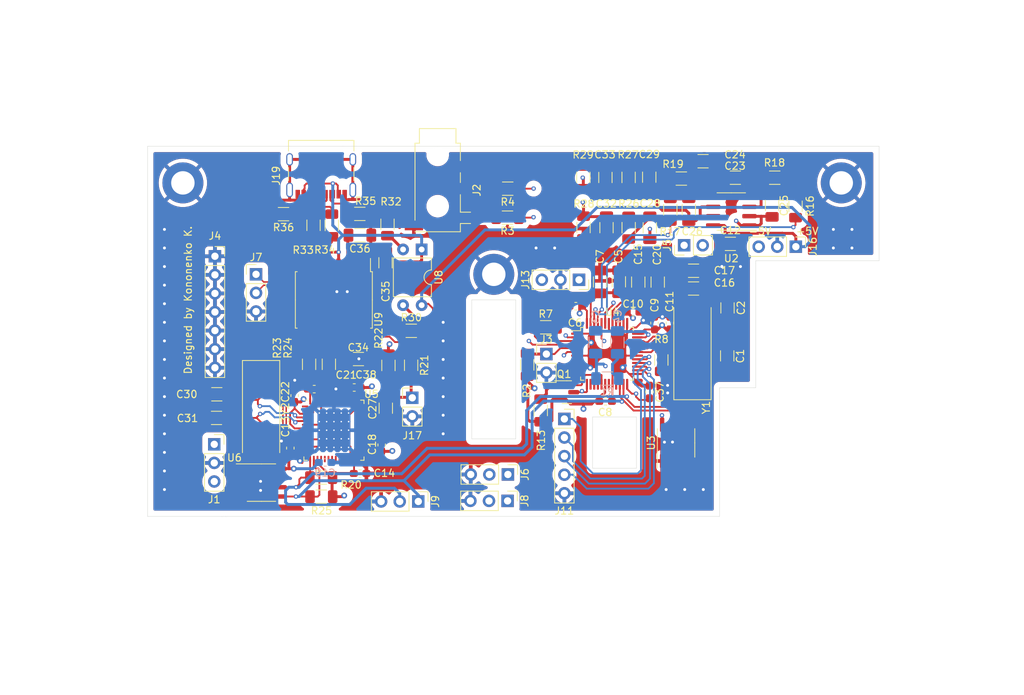
<source format=kicad_pcb>
(kicad_pcb (version 20211014) (generator pcbnew)
  (layers (0 "F.Cu" signal) (1 "In1.Cu" power) (2 "In2.Cu" power) (31 "B.Cu" signal) (34 "B.Paste" user) (35 "F.Paste" user) (36 "B.SilkS" user "B.Silkscreen") (37 "F.SilkS" user "F.Silkscreen") (38 "B.Mask" user) (39 "F.Mask" user) (44 "Edge.Cuts" user))
  (net 0 "")
  (net 1 "GND")
  (net 2 "+5V")
  (net 3 "Net-(C31-Pad1)")
  (net 4 "+3V3")
  (net 5 "/DAC_1")
  (net 6 "/DAC_2")
  (net 7 "Net-(J2-PadT)")
  (net 8 "Net-(J2-PadR1)")
  (net 9 "Net-(R3-Pad1)")
  (net 10 "Net-(R22-Pad2)")
  (net 11 "Net-(R33-Pad2)")
  (net 12 "Net-(R34-Pad2)")
  (net 13 "Net-(C1-Pad2)")
  (net 14 "Net-(C2-Pad2)")
  (net 15 "Net-(C3-Pad1)")
  (net 16 "Net-(C4-Pad2)")
  (net 17 "Net-(C5-Pad2)")
  (net 18 "Net-(C15-Pad2)")
  (net 19 "Net-(C16-Pad1)")
  (net 20 "Net-(C23-Pad2)")
  (net 21 "Net-(C24-Pad2)")
  (net 22 "Net-(C25-Pad2)")
  (net 23 "Net-(C25-Pad1)")
  (net 24 "Net-(C26-Pad1)")
  (net 25 "Net-(C26-Pad2)")
  (net 26 "Net-(C27-Pad1)")
  (net 27 "Net-(C28-Pad2)")
  (net 28 "Net-(C29-Pad2)")
  (net 29 "Net-(C30-Pad1)")
  (net 30 "Net-(C34-Pad1)")
  (net 31 "Net-(C35-Pad1)")
  (net 32 "Net-(C35-Pad2)")
  (net 33 "Net-(C36-Pad2)")
  (net 34 "Net-(J3-Pad1)")
  (net 35 "Net-(J11-Pad1)")
  (net 36 "Net-(J11-Pad2)")
  (net 37 "Net-(J11-Pad3)")
  (net 38 "Net-(J11-Pad4)")
  (net 40 "/SELFBOOT")
  (net 41 "Net-(J19-PadA5)")
  (net 42 "Net-(J19-PadB5)")
  (net 43 "Net-(Q1-Pad1)")
  (net 44 "Net-(R4-Pad1)")
  (net 45 "/VOUT0")
  (net 46 "/VOUT1")
  (net 47 "Net-(R7-Pad1)")
  (net 48 "Net-(R8-Pad1)")
  (net 49 "/VOUT2")
  (net 50 "/VOUT3")
  (net 51 "/SCL")
  (net 52 "/SDA")
  (net 53 "-24V")
  (net 54 "Net-(R30-Pad2)")
  (net 55 "Net-(R32-Pad2)")
  (net 56 "/D-")
  (net 57 "/D+")
  (net 58 "Net-(C37-Pad2)")
  (net 59 "/D1-")
  (net 60 "/D1+")
  (net 61 "+24V")
  (net 62 "-5V")
  (net 63 "/UD+")
  (net 64 "/UD-")
  (net 67 "+5VL")
  (footprint "Connector_PinHeader_2.54mm:PinHeader_1x02_P2.54mm_Vertical" (layer "F.Cu") (at 228.52 88.53 90)
    (fp_text reference "J5")
    (fp_text value "3.3V_out" hide)
  )
  (footprint "MountingHole:MountingHole_3.2mm_M3_DIN965_Pad" (layer "F.Cu") (at 160 80)
    (fp_text reference "H2" hide)
    (fp_text value "MountingHole_Pad" hide)
  )
  (footprint "MountingHole:MountingHole_3.2mm_M3_DIN965_Pad" (layer "F.Cu") (at 250 80)
    (fp_text reference "H1" hide)
    (fp_text value "MountingHole_Pad" hide)
  )
  (footprint "Connector_PinSocket_2.54mm:PinSocket_1x03_P2.54mm_Vertical" (layer "F.Cu") (at 214.15 93.25 -90)
    (fp_text reference "J13")
    (fp_text value "Conn_01x03_Female" hide)
  )
  (footprint "Connector_PinSocket_2.54mm:PinSocket_1x03_P2.54mm_Vertical" (layer "F.Cu") (at 164.29 115.74)
    (fp_text reference "J1")
    (fp_text value "Conn_01x03_Female" hide)
  )
  (footprint "Connector_PinSocket_2.54mm:PinSocket_1x07_P2.54mm_Vertical" (layer "F.Cu") (at 164.38 90.03)
    (fp_text reference "J4")
    (fp_text value "Conn_01x07_Female" hide)
  )
  (footprint "MountingHole:MountingHole_3.2mm_M3_DIN965_Pad" (layer "F.Cu") (at 202.5 92.5)
    (fp_text reference "H9" hide)
    (fp_text value "MountingHole_Pad" hide)
  )
  (footprint "Connector_PinHeader_2.54mm:PinHeader_1x03_P2.54mm_Vertical" (layer "F.Cu") (at 243.79 88.72 -90)
    (fp_text reference "J16")
    (fp_text value "Conn_01x03_Male" hide)
  )
  (footprint "Capacitor_SMD:C_1206_3216Metric_Pad1.33x1.80mm_HandSolder" (layer "F.Cu") (at 234.41 103.6475 90)
    (fp_text reference "C1")
    (fp_text value "22p")
  )
  (footprint "Capacitor_SMD:C_1206_3216Metric_Pad1.33x1.80mm_HandSolder" (layer "F.Cu") (at 234.45 97.0925 -90)
    (fp_text reference "C2")
    (fp_text value "22p")
  )
  (footprint "Capacitor_SMD:C_1206_3216Metric_Pad1.33x1.80mm_HandSolder" (layer "F.Cu") (at 219.6 93.5225 -90)
    (fp_text reference "C5")
    (fp_text value "10uF")
  )
  (footprint "Capacitor_SMD:C_1206_3216Metric_Pad1.33x1.80mm_HandSolder" (layer "F.Cu") (at 217.03 93.5425 -90)
    (fp_text reference "C7")
    (fp_text value "100n")
  )
  (footprint "Capacitor_SMD:C_1206_3216Metric_Pad1.33x1.80mm_HandSolder" (layer "F.Cu") (at 234.8425 88.34)
    (fp_text reference "C12")
    (fp_text value "10uF")
  )
  (footprint "Capacitor_SMD:C_1206_3216Metric_Pad1.33x1.80mm_HandSolder" (layer "F.Cu") (at 222.25 93.5625 -90)
    (fp_text reference "C15")
    (fp_text value "100n")
  )
  (footprint "Capacitor_SMD:C_1206_3216Metric_Pad1.33x1.80mm_HandSolder" (layer "F.Cu") (at 229.81 94.44)
    (fp_text reference "C16")
    (fp_text value "10uF")
  )
  (footprint "Capacitor_SMD:C_1206_3216Metric_Pad1.33x1.80mm_HandSolder" (layer "F.Cu") (at 229.81 92.01)
    (fp_text reference "C17")
    (fp_text value "100n")
  )
  (footprint "Capacitor_SMD:C_1206_3216Metric_Pad1.33x1.80mm_HandSolder" (layer "F.Cu") (at 224.91 93.5625 -90)
    (fp_text reference "C20")
    (fp_text value "10uF")
  )
  (footprint "Capacitor_SMD:C_1206_3216Metric_Pad1.33x1.80mm_HandSolder" (layer "F.Cu") (at 235.5225 79.29)
    (fp_text reference "C23")
    (fp_text value "150p")
  )
  (footprint "Capacitor_SMD:C_1206_3216Metric_Pad1.33x1.80mm_HandSolder" (layer "F.Cu") (at 231.1075 77.04 180)
    (fp_text reference "C24")
    (fp_text value "150p")
  )
  (footprint "Capacitor_SMD:C_1206_3216Metric_Pad1.33x1.80mm_HandSolder" (layer "F.Cu") (at 240.54 83.0825 -90)
    (fp_text reference "C25")
    (fp_text value "470p")
  )
  (footprint "Capacitor_SMD:C_1206_3216Metric_Pad1.33x1.80mm_HandSolder" (layer "F.Cu") (at 229.16 83.6575 -90)
    (fp_text reference "C26")
    (fp_text value "470p")
  )
  (footprint "Capacitor_SMD:C_1206_3216Metric_Pad1.33x1.80mm_HandSolder" (layer "F.Cu") (at 187.74 110.8 -90)
    (fp_text reference "C27")
    (fp_text value "C")
  )
  (footprint "Capacitor_SMD:C_1206_3216Metric_Pad1.33x1.80mm_HandSolder" (layer "F.Cu") (at 223.83 86.1375 90)
    (fp_text reference "C28")
    (fp_text value "47uF")
  )
  (footprint "Capacitor_SMD:C_1206_3216Metric_Pad1.33x1.80mm_HandSolder" (layer "F.Cu") (at 223.75 79.2225 90)
    (fp_text reference "C29")
    (fp_text value "47uF")
  )
  (footprint "Capacitor_SMD:C_1206_3216Metric_Pad1.33x1.80mm_HandSolder" (layer "F.Cu") (at 164.6375 108.9 180)
    (fp_text reference "C30")
    (fp_text value "22p")
  )
  (footprint "Capacitor_SMD:C_1206_3216Metric_Pad1.33x1.80mm_HandSolder" (layer "F.Cu") (at 164.5975 112.13 180)
    (fp_text reference "C31")
    (fp_text value "22p")
  )
  (footprint "Capacitor_SMD:C_1206_3216Metric_Pad1.33x1.80mm_HandSolder" (layer "F.Cu") (at 217.91 86.12 -90)
    (fp_text reference "C32")
    (fp_text value "3.3n")
  )
  (footprint "Capacitor_SMD:C_1206_3216Metric_Pad1.33x1.80mm_HandSolder" (layer "F.Cu") (at 217.76 79.26 90)
    (fp_text reference "C33")
    (fp_text value "3.3n")
  )
  (footprint "Capacitor_SMD:C_1206_3216Metric_Pad1.33x1.80mm_HandSolder" (layer "F.Cu") (at 184 104.08)
    (fp_text reference "C34")
    (fp_text value "C")
  )
  (footprint "Capacitor_SMD:C_1206_3216Metric_Pad1.33x1.80mm_HandSolder" (layer "F.Cu") (at 187.7 90.9175 90)
    (fp_text reference "C35")
    (fp_text value "C")
  )
  (footprint "Capacitor_SMD:C_1206_3216Metric_Pad1.33x1.80mm_HandSolder" (layer "F.Cu") (at 184.1975 87.15 180)
    (fp_text reference "C36")
    (fp_text value "C")
  )
  (footprint "Connector_Audio:Jack_3.5mm_PJ320D_Horizontal" (layer "F.Cu") (at 194.83 80.955 -90)
    (fp_text reference "J2")
    (fp_text value "AudioJack4")
  )
  (footprint "Connector_PinHeader_2.54mm:PinHeader_1x02_P2.54mm_Vertical" (layer "F.Cu") (at 209.69 103.4)
    (fp_text reference "J3")
    (fp_text value "3.3V_out")
  )
  (footprint "Connector_PinSocket_2.54mm:PinSocket_1x05_P2.54mm_Vertical" (layer "F.Cu") (at 212.15 112.27)
    (fp_text reference "J11")
    (fp_text value "Conn_01x05_Male" hide)
  )
  (footprint "Connector_PinHeader_2.54mm:PinHeader_1x02_P2.54mm_Vertical" (layer "F.Cu") (at 191.36 109.38)
    (fp_text reference "J17")
    (fp_text value "3.3V_out")
  )
  (footprint "Connector_USB:USB_C_Receptacle_Palconn_UTC16-G" (layer "F.Cu") (at 178.91 79.03 180)
    (fp_text reference "J19")
    (fp_text value "USB_C_Receptacle_USB2.0")
  )
  (footprint "Package_TO_SOT_SMD:SOT-23" (layer "F.Cu") (at 212.48 108.61)
    (fp_text reference "Q1")
    (fp_text value "Q_NPN_BEC")
  )
  (footprint "Resistor_SMD:R_1206_3216Metric_Pad1.30x1.75mm_HandSolder" (layer "F.Cu") (at 207.07 104.8775 -90)
    (fp_text reference "R2")
    (fp_text value "10k")
  )
  (footprint "Resistor_SMD:R_1206_3216Metric_Pad1.30x1.75mm_HandSolder" (layer "F.Cu") (at 204.3725 84.75 180)
    (fp_text reference "R3")
    (fp_text value "18k")
  )
  (footprint "Resistor_SMD:R_1206_3216Metric_Pad1.30x1.75mm_HandSolder" (layer "F.Cu") (at 204.4075 80.79 180)
    (fp_text reference "R4")
    (fp_text value "18k")
  )
  (footprint "Resistor_SMD:R_1206_3216Metric_Pad1.30x1.75mm_HandSolder" (layer "F.Cu") (at 209.6 99.74)
    (fp_text reference "R7")
    (fp_text value "18k")
  )
  (footprint "Resistor_SMD:R_1206_3216Metric_Pad1.30x1.75mm_HandSolder" (layer "F.Cu") (at 225.4 104.2075 -90)
    (fp_text reference "R8")
    (fp_text value "100R")
  )
  (footprint "Resistor_SMD:R_1206_3216Metric_Pad1.30x1.75mm_HandSolder" (layer "F.Cu") (at 208.92 111.1075 -90)
    (fp_text reference "R13")
    (fp_text value "1k")
  )
  (footprint "Resistor_SMD:R_1206_3216Metric_Pad1.30x1.75mm_HandSolder" (layer "F.Cu") (at 243.75 83.2 90)
    (fp_text reference "R16")
    (fp_text value "4.75k")
  )
  (footprint "Resistor_SMD:R_1206_3216Metric_Pad1.30x1.75mm_HandSolder" (layer "F.Cu") (at 226.63 83.6725 90)
    (fp_text reference "R17")
    (fp_text value "4.75k")
  )
  (footprint "Resistor_SMD:R_1206_3216Metric_Pad1.30x1.75mm_HandSolder" (layer "F.Cu") (at 240.9075 79.29 180)
    (fp_text reference "R18")
    (fp_text value "4.75k")
  )
  (footprint "Resistor_SMD:R_1206_3216Metric_Pad1.30x1.75mm_HandSolder" (layer "F.Cu") (at 228.14 79.41)
    (fp_text reference "R19")
    (fp_text value "4.75k")
  )
  (footprint "Resistor_SMD:R_1206_3216Metric_Pad1.30x1.75mm_HandSolder" (layer "F.Cu") (at 178.9075 120.29)
    (fp_text reference "R20")
    (fp_text value "10k")
  )
  (footprint "Resistor_SMD:R_1206_3216Metric_Pad1.30x1.75mm_HandSolder" (layer "F.Cu") (at 191.2 104.9325 -90)
    (fp_text reference "R21")
    (fp_text value "10k")
  )
  (footprint "Resistor_SMD:R_1206_3216Metric_Pad1.30x1.75mm_HandSolder" (layer "F.Cu") (at 188.1 104.9525 -90)
    (fp_text reference "R22")
    (fp_text value "10k")
  )
  (footprint "Resistor_SMD:R_1206_3216Metric_Pad1.30x1.75mm_HandSolder" (layer "F.Cu") (at 177.25 104.8 -90)
    (fp_text reference "R23")
    (fp_text value "22R")
  )
  (footprint "Resistor_SMD:R_1206_3216Metric_Pad1.30x1.75mm_HandSolder" (layer "F.Cu") (at 179.96 104.7975 -90)
    (fp_text reference "R24")
    (fp_text value "22R")
  )
  (footprint "Resistor_SMD:R_1206_3216Metric_Pad1.30x1.75mm_HandSolder" (layer "F.Cu") (at 178.9275 122.89)
    (fp_text reference "R25")
    (fp_text value "10k")
  )
  (footprint "Resistor_SMD:R_1206_3216Metric_Pad1.30x1.75mm_HandSolder" (layer "F.Cu") (at 220.94 86.1225 90)
    (fp_text reference "R26")
    (fp_text value "604R")
  )
  (footprint "Resistor_SMD:R_1206_3216Metric_Pad1.30x1.75mm_HandSolder" (layer "F.Cu") (at 220.93 79.25 90)
    (fp_text reference "R27")
    (fp_text value "604R")
  )
  (footprint "Resistor_SMD:R_1206_3216Metric_Pad1.30x1.75mm_HandSolder" (layer "F.Cu") (at 214.77 86.1 -90)
    (fp_text reference "R28")
    (fp_text value "49.9k")
  )
  (footprint "Resistor_SMD:R_1206_3216Metric_Pad1.30x1.75mm_HandSolder" (layer "F.Cu") (at 214.74 79.25 90)
    (fp_text reference "R29")
    (fp_text value "49.9k")
  )
  (footprint "Resistor_SMD:R_1206_3216Metric_Pad1.30x1.75mm_HandSolder" (layer "F.Cu") (at 191.2225 100.22)
    (fp_text reference "R30")
    (fp_text value "R")
  )
  (footprint "Resistor_SMD:R_1206_3216Metric_Pad1.30x1.75mm_HandSolder" (layer "F.Cu") (at 187.97 85.6675 -90)
    (fp_text reference "R32")
    (fp_text value "R")
  )
  (footprint "Resistor_SMD:R_1206_3216Metric_Pad1.30x1.75mm_HandSolder" (layer "F.Cu") (at 177.86 85.7975 -90)
    (fp_text reference "R33")
    (fp_text value "22R")
  )
  (footprint "Resistor_SMD:R_1206_3216Metric_Pad1.30x1.75mm_HandSolder" (layer "F.Cu") (at 180.36 85.8175 -90)
    (fp_text reference "R34")
    (fp_text value "22R")
  )
  (footprint "Resistor_SMD:R_1206_3216Metric_Pad1.30x1.75mm_HandSolder" (layer "F.Cu") (at 184.1875 84.24)
    (fp_text reference "R35")
    (fp_text value "5.1k")
  )
  (footprint "Resistor_SMD:R_1206_3216Metric_Pad1.30x1.75mm_HandSolder" (layer "F.Cu") (at 173.76 84.27 180)
    (fp_text reference "R36")
    (fp_text value "5.1k")
  )
  (footprint "Package_SO:SOIC-8_3.9x4.9mm_P1.27mm" (layer "F.Cu") (at 234.965 83.915 180)
    (fp_text reference "U2")
    (fp_text value "NE5532")
  )
  (footprint "Package_SO:SOIC-8_3.9x4.9mm_P1.27mm" (layer "F.Cu") (at 227.415 115.545 90)
    (fp_text reference "U3")
    (fp_text value "CAT24C128")
  )
  (footprint "Package_QFP:LQFP-48_7x7mm_P0.5mm" (layer "F.Cu") (at 217.98 103.3675)
    (fp_text reference "U4")
    (fp_text value "ADAU1701")
  )
  (footprint "Package_DFN_QFN:QFN-56-1EP_8x8mm_P0.5mm_EP4.5x5.2mm_ThermalVias_TopTented" (layer "F.Cu") (at 180.65 113.81)
    (fp_text reference "U5")
    (fp_text value "CY7C68013A-56LTX")
  )
  (footprint "Package_SO:SOIC-8_3.9x4.9mm_P1.27mm" (layer "F.Cu") (at 170.74 120.97)
    (fp_text reference "U6")
    (fp_text value "CAT24C128")
  )
  (footprint "Package_DIP:DIP-4_W7.62mm" (layer "F.Cu") (at 192.64 89.1 -90)
    (fp_text reference "U8")
    (fp_text value "PC817")
  )
  (footprint "Package_SO:SOIC-16W_7.5x10.3mm_P1.27mm" (layer "F.Cu") (at 180.635 96 -90)
    (fp_text reference "U9")
    (fp_text value "ADUM4160")
  )
  (footprint "Crystal:Crystal_SMD_HC49-SD" (layer "F.Cu") (at 229.66 102.94 90)
    (fp_text reference "Y1")
    (fp_text value "Crystal")
  )
  (footprint "Crystal:Crystal_SMD_HC49-SD" (layer "F.Cu") (at 170.69 110.98 -90)
    (fp_text reference "Y2")
    (fp_text value "Crystal")
  )
  (footprint "Connector_PinHeader_2.54mm:PinHeader_1x03_P2.54mm_Vertical" (layer "F.Cu") (at 204.43 119.86 -90)
    (fp_text reference "J6")
    (fp_text value "Conn_01x03_Male" hide)
  )
  (footprint "Capacitor_SMD:C_0603_1608Metric_Pad1.08x0.95mm_HandSolder" (layer "F.Cu") (at 213.715 96.85 180)
    (fp_text reference "C6")
    (fp_text value "1uF")
  )
  (footprint "Capacitor_SMD:C_0603_1608Metric_Pad1.08x0.95mm_HandSolder" (layer "F.Cu") (at 217.785 109.87)
    (fp_text reference "C8")
    (fp_text value "1uF")
  )
  (footprint "Capacitor_SMD:C_0603_1608Metric_Pad1.08x0.95mm_HandSolder" (layer "F.Cu") (at 224.47 99.165 90)
    (fp_text reference "C9")
    (fp_text value "1uF")
  )
  (footprint "Capacitor_SMD:C_0603_1608Metric_Pad1.08x0.95mm_HandSolder" (layer "F.Cu") (at 221.545 97.67)
    (fp_text reference "C10")
    (fp_text value "1uF")
  )
  (footprint "Capacitor_SMD:C_0603_1608Metric_Pad1.08x0.95mm_HandSolder" (layer "F.Cu") (at 226.58 99.165 90)
    (fp_text reference "C11")
    (fp_text value "1uF")
  )
  (footprint "Capacitor_SMD:C_0603_1608Metric_Pad1.08x0.95mm_HandSolder" (layer "F.Cu") (at 174.69 116.255 90)
    (fp_text reference "C13")
    (fp_text value "1uF")
  )
  (footprint "Capacitor_SMD:C_0603_1608Metric_Pad1.08x0.95mm_HandSolder" (layer "F.Cu") (at 184.225 119.72)
    (fp_text reference "C14")
    (fp_text value "1uF")
  )
  (footprint "Capacitor_SMD:C_0603_1608Metric_Pad1.08x0.95mm_HandSolder" (layer "F.Cu") (at 187.17 115.825 90)
    (fp_text reference "C18")
    (fp_text value "1uF")
  )
  (footprint "Capacitor_SMD:C_0603_1608Metric_Pad1.08x0.95mm_HandSolder" (layer "F.Cu") (at 177.955 108.19 180)
    (fp_text reference "C21")
    (fp_text value "1uF")
  )
  (footprint "Capacitor_SMD:C_0603_1608Metric_Pad1.08x0.95mm_HandSolder" (layer "F.Cu") (at 175.28 109.075 90)
    (fp_text reference "C22")
    (fp_text value "1uF")
  )
  (footprint "Capacitor_SMD:C_0603_1608Metric_Pad1.08x0.95mm_HandSolder" (layer "F.Cu") (at 183.425 107.97 180)
    (fp_text reference "C38")
    (fp_text value "1uF")
  )
  (footprint "Capacitor_SMD:C_0603_1608Metric_Pad1.08x0.95mm_HandSolder" (layer "F.Cu") (at 223.77 108.58 -90)
    (fp_text reference "C37")
    (fp_text value "10uF")
  )
  (footprint "Connector_PinHeader_2.54mm:PinHeader_1x03_P2.54mm_Vertical" (layer "F.Cu") (at 170 92.5)
    (fp_text reference "J7")
    (fp_text value "Conn_01x03_Male" hide)
  )
  (footprint "Connector_PinHeader_2.54mm:PinHeader_1x03_P2.54mm_Vertical" (layer "F.Cu") (at 192.18 123.55 -90)
    (fp_text reference "J9")
    (fp_text value "Conn_01x03_Male" hide)
  )
  (footprint "Connector_PinHeader_2.54mm:PinHeader_1x03_P2.54mm_Vertical" (layer "F.Cu") (at 204.385 123.47 -90)
    (fp_text reference "J8")
    (fp_text value "Conn_01x03_Male" hide)
  )
  (footprint "Capacitor_SMD:C_1206_3216Metric_Pad1.33x1.80mm_HandSolder" (layer "B.Cu") (at 216.42 101.7775 -90)
    (fp_text reference "C3")
    (fp_text value "3.3n")
  )
  (footprint "Capacitor_SMD:C_1206_3216Metric_Pad1.33x1.80mm_HandSolder" (layer "B.Cu") (at 219.4 101.8075 -90)
    (fp_text reference "C4")
    (fp_text value "56n")
  )
  (footprint "Resistor_SMD:R_1206_3216Metric_Pad1.30x1.75mm_HandSolder" (layer "B.Cu") (at 218.02 106.75)
    (fp_text reference "R1")
    (fp_text value "475R")
  )
  (footprint "Capacitor_SMD:C_0603_1608Metric_Pad1.08x0.95mm_HandSolder" (layer "B.Cu") (at 179.445 118.22)
    (fp_text reference "C19")
    (fp_text value "1uF")
  )
  (gr_line (start 255.17 75) (end 181.87 75) (layer "Edge.Cuts") (width 0.05))
  (gr_line (start 181.87 75) (end 155.17 75) (layer "Edge.Cuts") (width 0.05))
  (gr_line (start 199.5 96) (end 199.5 106.5) (layer "Edge.Cuts") (width 0.05))
  (gr_line (start 155.17 75) (end 155.17 125.6) (layer "Edge.Cuts") (width 0.05))
  (gr_line (start 255.17 90.64) (end 255.17 75) (layer "Edge.Cuts") (width 0.05))
  (gr_line (start 238.3 90.64) (end 238.3 91) (layer "Edge.Cuts") (width 0.05))
  (gr_line (start 165.86 125.6) (end 165.34 125.6) (layer "Edge.Cuts") (width 0.05))
  (gr_line (start 233.36 108) (end 238.3 108) (layer "Edge.Cuts") (width 0.05))
  (gr_line (start 233.36 125.6) (end 233.36 108) (layer "Edge.Cuts") (width 0.05))
  (gr_line (start 216 119) (end 216 112) (layer "Edge.Cuts") (width 0.05))
  (gr_line (start 238.3 91) (end 238.3 108) (layer "Edge.Cuts") (width 0.05))
  (gr_line (start 165.86 125.6) (end 233.36 125.6) (layer "Edge.Cuts") (width 0.05))
  (gr_line (start 205.5 96) (end 199.5 96) (layer "Edge.Cuts") (width 0.05))
  (gr_line (start 222 112) (end 222 119) (layer "Edge.Cuts") (width 0.05))
  (gr_line (start 216 112) (end 222 112) (layer "Edge.Cuts") (width 0.05))
  (gr_line (start 255.17 90.64) (end 238.3 90.64) (layer "Edge.Cuts") (width 0.05))
  (gr_line (start 205.5 115) (end 205.5 96) (layer "Edge.Cuts") (width 0.05))
  (gr_line (start 199.5 106.5) (end 199.5 115) (layer "Edge.Cuts") (width 0.05))
  (gr_line (start 222 119) (end 216 119) (layer "Edge.Cuts") (width 0.05))
  (gr_line (start 165.34 125.6) (end 155.17 125.6) (layer "Edge.Cuts") (width 0.05))
  (gr_line (start 199.5 115) (end 205.5 115) (layer "Edge.Cuts") (width 0.05))
  (gr_text "-5V" (at 238.89 86.63) (layer "F.SilkS") (effects (font (size 1 1))))
  (gr_text "Designed by Kononenko K." (at 160.71 96.02 90) (layer "F.SilkS") (effects (font (size 1 1))))
  (gr_text "+5V" (at 245.36 86.61) (layer "F.SilkS") (effects (font (size 1 1))))
  (segment (start 225.55 98.29) (end 226.58 98.29) (width 0.4) (layer "F.Cu") (net 1))
  (segment (start 176.7125 115.06) (end 179.4 115.06) (width 0.25) (layer "F.Cu") (net 1))
  (segment (start 213.8175 103.6175) (end 213.82 103.62) (width 0.25) (layer "F.Cu") (net 1))
  (segment (start 222.595 107.705) (end 223.77 107.705) (width 0.25) (layer "F.Cu") (net 1))
  (segment (start 222.96 98.21) (end 222.42 97.67) (width 0.4) (layer "F.Cu") (net 1))
  (segment (start 185.1 119.72) (end 185.1 119.145) (width 0.25) (layer "F.Cu") (net 1))
  (segment (start 177.4 108.51) (end 177.08 108.19) (width 0.25) (layer "F.Cu") (net 1))
  (segment (start 218.73 109.8) (end 218.66 109.87) (width 0.25) (layer "F.Cu") (net 1))
  (segment (start 176.01 117.06) (end 176.01 117.99) (width 0.25) (layer "F.Cu") (net 1))
  (segment (start 183.81 103.8) (end 184.06 104.05) (width 0.4) (layer "F.Cu") (net 1))
  (segment (start 182.9 117.7475) (end 182.9 116.06) (width 0.25) (layer "F.Cu") (net 1))
  (segment (start 215.8 103.62) (end 215.99 103.81) (width 0.25) (layer "F.Cu") (net 1))
  (segment (start 220.23 99.205) (end 220.23 101.03) (width 0.25) (layer "F.Cu") (net 1))
  (segment (start 213.825 100.61) (end 215.61 100.61) (width 0.25) (layer "F.Cu") (net 1))
  (segment (start 220.84 100.46) (end 221.53 99.77) (width 0.25) (layer "F.Cu") (net 1))
  (segment (start 213.81 106.11) (end 211.75 106.11) (width 0.25) (layer "F.Cu") (net 1))
  (segment (start 220.519999 105.629999) (end 220.12 105.23) (width 0.25) (layer "F.Cu") (net 1))
  (segment (start 213.8175 100.6175) (end 213.825 100.61) (width 0.25) (layer "F.Cu") (net 1))
  (segment (start 173.215 120.335) (end 171.085 120.335) (width 0.4) (layer "F.Cu") (net 1))
  (segment (start 185.1 119.145) (end 184.585 118.63) (width 0.25) (layer "F.Cu") (net 1))
  (segment (start 213.82 103.62) (end 215.8 103.62) (width 0.25) (layer "F.Cu") (net 1))
  (segment (start 184.5875 111.06) (end 183.4 111.06) (width 0.25) (layer "F.Cu") (net 1))
  (segment (start 226.78 115.28) (end 226.93 115.43) (width 0.4) (layer "F.Cu") (net 1))
  (segment (start 174.69 115.38) (end 173.56 115.38) (width 0.25) (layer "F.Cu") (net 1))
  (segment (start 179.4 115.06) (end 180.65 113.81) (width 0.25) (layer "F.Cu") (net 1))
  (segment (start 220.26 101.68) (end 220.01 101.68) (width 0.25) (layer "F.Cu") (net 1))
  (segment (start 222.1425 102.1175) (end 220.3875 102.1175) (width 0.25) (layer "F.Cu") (net 1))
  (segment (start 215.8 100.8) (end 215.8 101.83) (width 0.25) (layer "F.Cu") (net 1))
  (segment (start 182.9 116.06) (end 180.65 113.81) (width 0.25) (layer "F.Cu") (net 1))
  (segment (start 220.71 101.23) (end 220.26 101.68) (width 0.25) (layer "F.Cu") (net 1))
  (segment (start 218.73 106.6925) (end 218.73 105.32) (width 0.25) (layer "F.Cu") (net 1))
  (segment (start 221.53 99.77) (end 221.98 99.77) (width 0.25) (layer "F.Cu") (net 1))
  (segment (start 183.9 118.63) (end 183.9 117.7475) (width 0.25) (layer "F.Cu") (net 1))
  (segment (start 213.8175 106.1175) (end 213.81 106.11) (width 0.25) (layer "F.Cu") (net 1))
  (segment (start 222.96 98.79) (end 223.97 98.79) (width 0.4) (layer "F.Cu") (net 1))
  (segment (start 179.9 113.06) (end 180.65 113.81) (width 0.25) (layer "F.Cu") (net 1))
  (segment (start 218.23 100.008202) (end 219.06 100.838202) (width 0.25) (layer "F.Cu") (net 1))
  (segment (start 220.71 100.46) (end 220.84 100.46) (width 0.25) (layer "F.Cu") (net 1))
  (segment (start 220.3875 102.1175) (end 220.13 101.86) (width 0.25) (layer "F.Cu") (net 1))
  (segment (start 185.4875 104.08) (end 184.09 104.08) (width 0.4) (layer "F.Cu") (net 1))
  (segment (start 178.9 109.8725) (end 178.9 112.06) (width 0.25) (layer "F.Cu") (net 1))
  (segment (start 220.71 99.225) (end 220.71 100.46) (width 0.25) (layer "F.Cu") (net 1))
  (segment (start 222.1425 103.6175) (end 219.8875 103.6175) (width 0.25) (layer "F.Cu") (net 1))
  (segment (start 184.09 104.08) (end 184.06 104.05) (width 0.4) (layer "F.Cu") (net 1))
  (segment (start 221.0075 106.1175) (end 220.519999 105.629999) (width 0.25) (layer "F.Cu") (net 1))
  (segment (start 222.1425 106.1175) (end 221.0075 106.1175) (width 0.25) (layer "F.Cu") (net 1))
  (segment (start 221.0075 106.1175) (end 222.595 107.705) (width 0.25) (layer "F.Cu") (net 1))
  (segment (start 224.47 98.29) (end 225.55 98.29) (width 0.4) (layer "F.Cu") (net 1))
  (segment (start 220.73 99.205) (end 220.71 99.225) (width 0.25) (layer "F.Cu") (net 1))
  (segment (start 223.97 98.79) (end 224.47 98.29) (width 0.4) (layer "F.Cu") (net 1))
  (segment (start 219.06 100.838202) (end 219.06 101.13) (width 0.25) (layer "F.Cu") (net 1))
  (segment (start 176.7125 113.06) (end 179.9 113.06) (width 0.25) (layer "F.Cu") (net 1))
  (segment (start 221.98 99.77) (end 222.96 98.79) (width 0.25) (layer "F.Cu") (net 1))
  (segment (start 216.21 104.03) (end 216.21 104.49) (width 0.25) (layer "F.Cu") (net 1))
  (segment (start 175.29 108.19) (end 175.28 108.2) (width 0.4) (layer "F.Cu") (net 1))
  (segment (start 215.99 103.81) (end 216.21 104.03) (width 0.25) (layer "F.Cu") (net 1))
  (segment (start 173.56 115.38) (end 173.47 115.29) (width 0.25) (layer "F.Cu") (net 1))
  (segment (start 183.81 100.65) (end 183.81 103.8) (width 0.4) (layer "F.Cu") (net 1))
  (segment (start 177.4 109.8725) (end 177.4 108.51) (width 0.25) (layer "F.Cu") (net 1))
  (segment (start 178.9 112.06) (end 180.65 113.81) (width 0.25) (layer "F.Cu") (net 1))
  (segment (start 183.4 111.06) (end 180.65 113.81) (width 0.25) (layer "F.Cu") (net 1))
  (segment (start 171.085 120.335) (end 170.62 120.8) (width 0.4) (layer "F.Cu") (net 1))
  (segment (start 218.73 107.53) (end 218.73 106.6925) (width 0.25) (layer "F.Cu") (net 1))
  (segment (start 176.7125 117.06) (end 176.01 117.06) (width 0.25) (layer "F.Cu") (net 1))
  (segment (start 177.08 108.19) (end 175.29 108.19) (width 0.4) (layer "F.Cu") (net 1))
  (segment (start 178.55 116.06) (end 178.65 116.16) (width 0.25) (layer "F.Cu") (net 1))
  (segment (start 176.7125 116.06) (end 178.55 116.06) (width 0.25) (layer "F.Cu") (net 1))
  (segment (start 218.73 107.53) (end 218.73 109.8) (width 0.25) (layer "F.Cu") (net 1))
  (segment (start 218.23 99.205) (end 218.23 100.008202) (width 0.25) (layer "F.Cu") (net 1))
  (segment (start 226.78 113.07) (end 226.78 115.28) (width 0.4) (layer "F.Cu") (net 1))
  (segment (start 220.71 100.46) (end 220.71 101.23) (width 0.25) (layer "F.Cu") (net 1))
  (segment (start 184.585 118.63) (end 183.9 118.63) (width 0.25) (layer "F.Cu") (net 1))
  (segment (start 215.61 100.61) (end 215.8 100.8) (width 0.25) (layer "F.Cu") (net 1))
  (segment (start 222.96 98.79) (end 222.96 98.21) (width 0.4) (layer "F.Cu") (net 1))
  (via (at 157.48 119.38) (size 0.8) (drill 0.4) (layers "F.Cu" "B.Cu") (net 1))
  (via (at 180.92 108.17) (size 0.8) (drill 0.4) (layers "F.Cu" "B.Cu") (net 1))
  (via (at 195.58 106.68) (size 0.8) (drill 0.4) (layers "F.Cu" "B.Cu") (net 1))
  (via (at 236.22 91.44) (size 0.8) (drill 0.4) (layers "F.Cu" "B.Cu") (net 1))
  (via (at 170.62 120.8) (size 0.8) (drill 0.4) (layers "F.Cu" "B.Cu") (net 1))
  (via (at 157.48 101.6) (size 0.8) (drill 0.4) (layers "F.Cu" "B.Cu") (net 1))
  (via (at 157.48 116.84) (size 0.8) (drill 0.4) (layers "F.Cu" "B.Cu") (net 1))
  (via (at 173.47 115.29) (size 0.8) (drill 0.4) (layers "F.Cu" "B.Cu") (net 1))
  (via (at 215.68 105.27) (size 0.8) (drill 0.4) (layers "F.Cu" "B.Cu") (net 1))
  (via (at 226.06 121.92) (size 0.8) (drill 0.4) (layers "F.Cu" "B.Cu") (net 1))
  (via (at 195.58 114.3) (size 0.8) (drill 0.4) (layers "F.Cu" "B.Cu") (net 1))
  (via (at 233.68 91.44) (size 0.8) (drill 0.4) (layers "F.Cu" "B.Cu") (net 1))
  (via (at 157.48 114.3) (size 0.8) (drill 0.4) (layers "F.Cu" "B.Cu") (net 1))
  (via (at 226.27 108.71) (size 0.8) (drill 0.4) (layers "F.Cu" "B.Cu") (net 1))
  (via (at 157.48 104.14) (size 0.8) (drill 0.4) (layers "F.Cu" "B.Cu") (net 1))
  (via (at 184.06 104.05) (size 0.8) (drill 0.4) (layers "F.Cu" "B.Cu") (net 1))
  (via (at 226.26 107.68) (size 0.8) (drill 0.4) (layers "F.Cu" "B.Cu") (net 1))
  (via (at 231.14 121.92) (size 0.8) (drill 0.4) (layers "F.Cu" "B.Cu") (net 1))
  (via (at 181.05 94.87) (size 0.8) (drill 0.4) (layers "F.Cu" "B.Cu") (net 1))
  (via (at 176.01 117.99) (size 0.8) (drill 0.4) (layers "F.Cu" "B.Cu") (net 1))
  (via (at 195.58 101.6) (size 0.8) (drill 0.4) (layers "F.Cu" "B.Cu") (net 1))
  (via (at 215.8 101.83) (size 0.8) (drill 0.4) (layers "F.Cu" "B.Cu") (net 1))
  (via (at 157.48 86.36) (size 0.8) (drill 0.4) (layers "F.Cu" "B.Cu") (net 1))
  (via (at 157.48 96.52) (size 0.8) (drill 0.4) (layers "F.Cu" "B.Cu") (net 1))
  (via (at 226.93 115.43) (size 0.8) (drill 0.4) (layers "F.Cu" "B.Cu") (net 1))
  (via (at 248.92 86.36) (size 0.8) (drill 0.4) (layers "F.Cu" "B.Cu") (net 1))
  (via (at 157.48 99.06) (size 0.8) (drill 0.4) (layers "F.Cu" "B.Cu") (net 1))
  (via (at 157.48 111.76) (size 0.8) (drill 0.4) (layers "F.Cu" "B.Cu") (net 1))
  (via (at 157.48 109.22) (size 0.8) (drill 0.4) (layers "F.Cu" "B.Cu") (net 1))
  (via (at 195.58 104.14) (size 0.8) (drill 0.4) (layers "F.Cu" "B.Cu") (net 1))
  (via (at 225.83 115.44) (size 0.8) (drill 0.4) (layers "F.Cu" "B.Cu") (net 1))
  (via (at 208.28 88.9) (size 0.8) (drill 0.4) (layers "F.Cu" "B.Cu") (net 1))
  (via (at 195.58 109.22) (size 0.8) (drill 0.4) (layers "F.Cu" "B.Cu") (net 1))
  (via (at 157.48 106.68) (size 0.8) (drill 0.4) (layers "F.Cu" "B.Cu") (net 1))
  (via (at 157.48 121.92) (size 0.8) (drill 0.4) (layers "F.Cu" "B.Cu") (net 1))
  (via (at 210.82 88.9) (size 0.8) (drill 0.4) (layers "F.Cu" "B.Cu") (net 1))
  (via (at 195.58 99.06) (size 0.8) (drill 0.4) (layers "F.Cu" "B.Cu") (net 1))
  (via (at 220.12 105.23) (size 0.8) (drill 0.4) (layers "F.Cu" "B.Cu") (net 1))
  (via (at 157.48 88.9) (size 0.8) (drill 0.4) (layers "F.Cu" "B.Cu") (net 1))
  (via (at 175.29 106.98) (size 0.8) (drill 0.4) (layers "F.Cu" "B.Cu") (net 1))
  (via (at 233.68 91.44) (size 0.8) (drill 0.4) (layers "F.Cu" "B.Cu") (net 1))
  (via (at 195.58 111.76) (size 0.8) (drill 0.4) (layers "F.Cu" "B.Cu") (net 1))
  (via (at 251.46 88.9) (size 0.8) (drill 0.4) (layers "F.Cu" "B.Cu") (net 1))
  (via (at 222.96 98.79) (size 0.8) (drill 0.4) (layers "F.Cu" "B.Cu") (net 1))
  (via (at 225.55 98.29) (size 0.8) (drill 0.4) (layers "F.Cu" "B.Cu") (net 1))
  (via (at 248.92 88.9) (size 0.8) (drill 0.4) (layers "F.Cu" "B.Cu") (net 1))
  (via (at 170.62 122.04) (size 0.8) (drill 0.4) (layers "F.Cu" "B.Cu") (net 1))
  (via (at 228.6 121.92) (size 0.8) (drill 0.4) (layers "F.Cu" "B.Cu") (net 1))
  (via (at 182.47 94.87) (size 0.8) (drill 0.4) (layers "F.Cu" "B.Cu") (net 1))
  (via (at 157.48 93.98) (size 0.8) (drill 0.4) (layers "F.Cu" "B.Cu") (net 1))
  (via (at 157.48 91.44) (size 0.8) (drill 0.4) (layers "F.Cu" "B.Cu") (net 1))
  (via (at 251.46 86.36) (size 0.8) (drill 0.4) (layers "F.Cu" "B.Cu") (net 1))
  (segment (start 185.24 102.73) (end 185.55 102.73) (width 0.25) (layer "F.Cu") (net 2))
  (segment (start 185.08 102.57) (end 185.24 102.73) (width 0.25) (layer "F.Cu") (net 2))
  (segment (start 233.355 88.34) (end 234.126347 87.568653) (width 0.4) (layer "F.Cu") (net 2))
  (segment (start 193.55 96.53) (end 192.83 96.53) (width 0.25) (layer "F.Cu") (net 2))
  (segment (start 241.953653 86.886347) (end 241.967306 86.9) (width 0.4) (layer "F.Cu") (net 2))
  (segment (start 185.55 102.73) (end 185.83 102.45) (width 0.25) (layer "F.Cu") (net 2))
  (segment (start 234.126347 86.886347) (end 241.953653 86.886347) (width 0.4) (layer "F.Cu") (net 2))
  (segment (start 185.08 100.65) (end 185.08 102.57) (width 0.25) (layer "F.Cu") (net 2))
  (segment (start 192.83 96.53) (end 192.64 96.72) (width 0.25) (layer "F.Cu") (net 2))
  (segment (start 194.18 97.16) (end 193.55 96.53) (width 0.25) (layer "F.Cu") (net 2))
  (segment (start 234.126347 87.568653) (end 234.126347 86.886347) (width 0.4) (layer "F.Cu") (net 2))
  (segment (start 193.75 101.76) (end 194.18 101.33) (width 0.25) (layer "F.Cu") (net 2))
  (segment (start 234.126347 86.886347) (end 234.126347 85.966347) (width 0.4) (layer "F.Cu") (net 2))
  (segment (start 185.83 101.92) (end 186.72929 101.02071) (width 0.25) (layer "F.Cu") (net 2))
  (segment (start 233.98 85.82) (end 232.49 85.82) (width 0.4) (layer "F.Cu") (net 2))
  (segment (start 188.25071 101.02071) (end 188.99 101.76) (width 0.25) (layer "F.Cu") (net 2))
  (segment (start 243.37 86.9) (end 243.79 87.32) (width 0.4) (layer "F.Cu") (net 2))
  (segment (start 234.126347 85.966347) (end 233.98 85.82) (width 0.4) (layer "F.Cu") (net 2))
  (segment (start 188.99 101.76) (end 193.75 101.76) (width 0.25) (layer "F.Cu") (net 2))
  (segment (start 186.72929 101.02071) (end 188.25071 101.02071) (width 0.25) (layer "F.Cu") (net 2))
  (segment (start 241.967306 86.9) (end 243.37 86.9) (width 0.4) (layer "F.Cu") (net 2))
  (segment (start 243.79 87.32) (end 243.79 88.72) (width 0.4) (layer "F.Cu") (net 2))
  (segment (start 185.83 102.45) (end 185.83 101.92) (width 0.25) (layer "F.Cu") (net 2))
  (segment (start 194.18 101.33) (end 194.18 97.16) (width 0.25) (layer "F.Cu") (net 2))
  (segment (start 245.04 88.72) (end 245.74 88.02) (width 0.4) (layer "B.Cu") (net 2))
  (segment (start 213.54 86.42) (end 201.29 86.42) (width 0.4) (layer "B.Cu") (net 2))
  (segment (start 245.74 85.85) (end 243.24 83.35) (width 0.4) (layer "B.Cu") (net 2))
  (segment (start 245.74 88.02) (end 245.74 85.85) (width 0.4) (layer "B.Cu") (net 2))
  (segment (start 243.79 88.72) (end 245.04 88.72) (width 0.4) (layer "B.Cu") (net 2))
  (segment (start 216.61 83.35) (end 213.54 86.42) (width 0.4) (layer "B.Cu") (net 2))
  (segment (start 243.24 83.35) (end 216.61 83.35) (width 0.4) (layer "B.Cu") (net 2))
  (segment (start 201.29 86.42) (end 192.64 95.07) (width 0.4) (layer "B.Cu") (net 2))
  (segment (start 192.64 95.07) (end 192.64 96.72) (width 0.4) (layer "B.Cu") (net 2))
  (segment (start 166.8975 112.13) (end 166.085 112.13) (width 0.25) (layer "F.Cu") (net 3))
  (segment (start 170.09 112.06) (end 170.56 111.59) (width 0.25) (layer "F.Cu") (net 3))
  (segment (start 170.69 112.73) (end 170.09 112.13) (width 0.25) (layer "F.Cu") (net 3))
  (segment (start 176.7125 112.56) (end 176.175 112.56) (width 0.25) (layer "F.Cu") (net 3))
  (segment (start 170.69 115.23) (end 170.69 112.73) (width 0.25) (layer "F.Cu") (net 3))
  (segment (start 175.54 112.56) (end 175.37 112.73) (width 0.25) (layer "F.Cu") (net 3))
  (segment (start 170.09 112.13) (end 166.8975 112.13) (width 0.25) (layer "F.Cu") (net 3))
  (segment (start 176.175 112.56) (end 175.54 112.56) (width 0.25) (layer "F.Cu") (net 3))
  (segment (start 170.09 112.13) (end 170.09 112.06) (width 0.25) (layer "F.Cu") (net 3))
  (via (at 170.56 111.59) (size 0.6) (drill 0.3) (layers "F.Cu" "B.Cu") (net 3))
  (via (at 175.37 112.73) (size 0.6) (drill 0.3) (layers "F.Cu" "B.Cu") (net 3))
  (segment (start 171.79 111.3) (end 172.54 112.05) (width 0.25) (layer "B.Cu") (net 3))
  (segment (start 172.54 112.05) (end 174.69 112.05) (width 0.25) (layer "B.Cu") (net 3))
  (segment (start 170.984264 111.59) (end 171.274264 111.3) (width 0.25) (layer "B.Cu") (net 3))
  (segment (start 174.69 112.05) (end 175.37 112.73) (width 0.25) (layer "B.Cu") (net 3))
  (segment (start 171.274264 111.3) (end 171.79 111.3) (width 0.25) (layer "B.Cu") (net 3))
  (segment (start 170.56 111.59) (end 170.984264 111.59) (width 0.25) (layer "B.Cu") (net 3))
  (segment (start 211.48 109.56) (end 212.33 109.56) (width 0.4) (layer "F.Cu") (net 4))
  (segment (start 224.92 100.04) (end 225.51 99.45) (width 0.4) (layer "F.Cu") (net 4))
  (segment (start 176.7125 113.56) (end 175.274998 113.56) (width 0.25) (layer "F.Cu") (net 4))
  (segment (start 219.99 97.67) (end 220.67 97.67) (width 0.25) (layer "F.Cu") (net 4))
  (segment (start 222.97 100.19) (end 223.12 100.04) (width 0.25) (layer "F.Cu") (net 4))
  (segment (start 223.12 100.04) (end 224.47 100.04) (width 0.25) (layer "F.Cu") (net 4))
  (segment (start 180.415 122.89) (end 181.9 122.89) (width 0.4) (layer "F.Cu") (net 4))
  (segment (start 188.12 103.445) (end 188.1 103.465) (width 0.4) (layer "F.Cu") (net 4))
  (segment (start 215.23 97.49) (end 214.59 96.85) (width 0.25) (layer "F.Cu") (net 4))
  (segment (start 220.72 97.67) (end 221.53 98.48) (width 0.4) (layer "F.Cu") (net 4))
  (segment (start 173.21 119.07) (end 168.27 119.07) (width 0.4) (layer "F.Cu") (net 4))
  (segment (start 178.185 109.05) (end 178.77 109.05) (width 0.25) (layer "F.Cu") (net 4))
  (segment (start 174.69 117.045) (end 174.69 117.13) (width 0.25) (layer "F.Cu") (net 4))
  (segment (start 207.07 107.07) (end 208.08 108.08) (width 0.4) (layer "F.Cu") (net 4))
  (segment (start 210.44 109.75) (end 210.44 112.49) (width 0.4) (layer "F.Cu") (net 4))
  (segment (start 178.83 108.99) (end 178.83 108.19) (width 0.25) (layer "F.Cu") (net 4))
  (segment (start 215.86 110.23) (end 216.22 109.87) (width 0.4) (layer "F.Cu") (net 4))
  (segment (start 177.82 111.37) (end 177.82 110.71) (width 0.25) (layer "F.Cu") (net 4))
  (segment (start 216.91 109.87) (end 216.91 109.295) (width 0.25) (layer "F.Cu") (net 4))
  (segment (start 180.395 122.87) (end 180.415 122.89) (width 0.4) (layer "F.Cu") (net 4))
  (segment (start 176.175 115.56) (end 174.69 117.045) (width 0.25) (layer "F.Cu") (net 4))
  (segment (start 176.7125 111.56) (end 177.63 111.56) (width 0.25) (layer "F.Cu") (net 4))
  (segment (start 180.395 120.30859) (end 180.395 121.51) (width 0.25) (layer "F.Cu") (net 4))
  (segment (start 176.7125 111.56) (end 175.994991 111.56) (width 0.25) (layer "F.Cu") (net 4))
  (segment (start 207.16 112.33) (end 207.425 112.595) (width 0.4) (layer "F.Cu") (net 4))
  (segment (start 219.73 99.205) (end 219.73 97.93) (width 0.25) (layer "F.Cu") (net 4))
  (segment (start 174.485 117.96) (end 174.485 119.065) (width 0.4) (layer "F.Cu") (net 4))
  (segment (start 191.2 103.445) (end 188.12 103.445) (width 0.4) (layer "F.Cu") (net 4))
  (segment (start 223.52359 101.79) (end 224.30359 101.01) (width 0.25) (layer "F.Cu") (net 4))
  (segment (start 217.345 108.86) (end 217.56 108.86) (width 0.25) (layer "F.Cu") (net 4))
  (segment (start 210.335 112.595) (end 208.92 112.595) (width 0.4) (layer "F.Cu") (net 4))
  (segment (start 177.9 109.335) (end 178.185 109.05) (width 0.25) (layer "F.Cu") (net 4))
  (segment (start 186.41 116.7) (end 187.17 116.7) (width 0.25) (layer "F.Cu") (net 4))
  (segment (start 177.82 110.71) (end 177.9 110.63) (width 0.25) (layer "F.Cu") (net 4))
  (segment (start 181.9 122.89) (end 182.05 122.74) (width 0.4) (layer "F.Cu") (net 4))
  (segment (start 210.44 112.49) (end 210.335 112.595) (width 0.4) (layer "F.Cu") (net 4))
  (segment (start 207.514315 108.08) (end 207.484315 108.05) (width 0.4) (layer "F.Cu") (net 4))
  (segment (start 226.58 100.91) (end 226.58 100.04) (width 0.25) (layer "F.Cu") (net 4))
  (segment (start 184.5875 115.56) (end 186.1 115.56) (width 0.25) (layer "F.Cu") (net 4))
  (segment (start 208.06 108.1) (end 208.08 108.08) (width 0.4) (layer "F.Cu") (net 4))
  (segment (start 215.23 97.49) (end 215.23 99.205) (width 0.25) (layer "F.Cu") (net 4))
  (segment (start 183.9 109.8725) (end 183.9 108.37) (width 0.25) (layer "F.Cu") (net 4))
  (segment (start 174.69 117.13) (end 174.69 117.755) (width 0.4) (layer "F.Cu") (net 4))
  (segment (start 207.16 108.11) (end 207.16 112.33) (width 0.4) (layer "F.Cu") (net 4))
  (segment (start 187.17 116.7) (end 188.57 116.7) (width 0.4) (layer "F.Cu") (net 4))
  (segment (start 213 110.23) (end 214.7 110.23) (width 0.4) (layer "F.Cu") (net 4))
  (segment (start 222.1425 101.6175) (end 222.16749 101.64249) (width 0.25) (layer "F.Cu") (net 4))
  (segment (start 214.7 110.264315) (end 214.7 110.23) (width 0.4) (layer "F.Cu") (net 4))
  (segment (start 178.4 118.31359) (end 180.395 120.30859) (width 0.25) (layer "F.Cu") (net 4))
  (segment (start 224.47 100.04) (end 224.92 100.04) (width 0.4) (layer "F.Cu") (net 4))
  (segment (start 183.4 117.7475) (end 183.4 119.67) (width 0.25) (layer "F.Cu") (net 4))
  (segment (start 188.1 102.190393) (end 188.247537 102.042856) (width 0.4) (layer "F.Cu") (net 4))
  (segment (start 175.28 109.95) (end 176.11 109.95) (width 0.4) (layer "F.Cu") (net 4))
  (segment (start 214.76 110.89) (end 214.76 110.324315) (width 0.4) (layer "F.Cu") (net 4))
  (segment (start 175.994991 111.56) (end 175.28 110.845009) (width 0.25) (layer "F.Cu") (net 4))
  (segment (start 184.3 107.97) (end 185.68 107.97) (width 0.4) (layer "F.Cu") (net 4))
  (segment (start 177.9 109.8725) (end 177.9 109.335) (width 0.25) (layer "F.Cu") (net 4))
  (segment (start 214.24 97.84) (end 214.24 97.2) (width 0.4) (layer "F.Cu") (net 4))
  (segment (start 174.66 111.465009) (end 175.28 110.845009) (width 0.25) (layer "F.Cu") (net 4))
  (segment (start 226.48 101.01) (end 226.58 100.91) (width 0.25) (layer "F.Cu") (net 4))
  (segment (start 207.484315 108.05) (end 207.22 108.05) (width 0.4) (layer "F.Cu") (net 4))
  (segment (start 220.67 97.67) (end 220.72 97.67) (width 0.4) (layer "F.Cu") (net 4))
  (segment (start 174.66 112.945002) (end 174.66 111.465009) (width 0.25) (layer "F.Cu") (net 4))
  (segment (start 222.97 100.605) (end 222.97 100.19) (width 0.25) (layer "F.Cu") (net 4))
  (segment (start 188.57 116.7) (end 188.63 116.64) (width 0.4) (layer "F.Cu") (net 4))
  (segment (start 211.48 109.56) (end 210.63 109.56) (width 0.4) (layer "F.Cu") (net 4))
  (segment (start 173.215 119.065) (end 173.21 119.07) (width 0.4) (layer "F.Cu") (net 4))
  (segment (start 225.51 113.07) (end 225.51 111.79) (width 0.4) (layer "F.Cu") (net 4))
  (segment (start 175.28 110.845009) (end 175.28 109.95) (width 0.25) (layer "F.Cu") (net 4))
  (segment (start 207.07 106.365) (end 207.07 107.07) (width 0.4) (layer "F.Cu") (net 4))
  (segment (start 185.68 107.97) (end 185.84 107.81) (width 0.4) (layer "F.Cu") (net 4))
  (segment (start 226.1 100.04) (end 225.51 99.45) (width 0.4) (layer "F.Cu") (net 4))
  (segment (start 225.51 111.79) (end 225.49 111.77) (width 0.4) (layer "F.Cu") (net 4))
  (segment (start 212.33 109.56) (end 213 110.23) (width 0.4) (layer "F.Cu") (net 4))
  (segment (start 217.56 108.86) (end 217.73 108.69) (width 0.25) (layer "F.Cu") (net 4))
  (segment (start 224.30359 101.01) (end 226.48 101.01) (width 0.25) (layer "F.Cu") (net 4))
  (segment (start 208.08 108.08) (end 207.514315 108.08) (width 0.4) (layer "F.Cu") (net 4))
  (segment (start 216.91 109.295) (end 217.345 108.86) (width 0.25) (layer "F.Cu") (net 4))
  (segment (start 177.63 111.56) (end 177.82 111.37) (width 0.25) (layer "F.Cu") (net 4))
  (segment (start 177.9 110.63) (end 177.9 109.8725) (width 0.25) (layer "F.Cu") (net 4))
  (segment (start 222.1425 100.6175) (end 222.9825 100.6175) (width 0.25) (layer "F.Cu") (net 4))
  (segment (start 168.27 119.07) (end 168.265 119.065) (width 0.4) (layer "F.Cu") (net 4))
  (segment (start 186.1 115.56) (end 186.24 115.7) (width 0.25) (layer "F.Cu") (net 4))
  (segment (start 226.58 100.04) (end 226.1 100.04) (width 0.4) (layer "F.Cu") (net 4))
  (segment (start 174.485 119.065) (end 175.155 119.065) (width 0.4) (layer "F.Cu") (net 4))
  (segment (start 217.73 108.69) (end 217.73 107.53) (width 0.25) (layer "F.Cu") (net 4))
  (segment (start 222.970692 101.64249) (end 223.118202 101.79) (width 0.25) (layer "F.Cu") (net 4))
  (segment (start 207.425 112.595) (end 208.92 112.595) (width 0.4) (layer "F.Cu") (net 4))
  (segment (start 183.35 119.72) (end 180.965 119.72) (width 0.4) (layer "F.Cu") (net 4))
  (segment (start 214.7 110.23) (end 215.86 110.23) (width 0.4) (layer "F.Cu") (net 4))
  (segment (start 214.76 110.324315) (end 214.7 110.264315) (width 0.4) (layer "F.Cu") (net 4))
  (segment (start 207.22 108.05) (end 207.16 108.11) (width 0.4) (layer "F.Cu") (net 4))
  (segment (start 210.63 109.56) (end 210.44 109.75) (width 0.4) (layer "F.Cu") (net 4))
  (segment (start 180.965 119.72) (end 180.395 120.29) (width 0.4) (layer "F.Cu") (net 4))
  (segment (start 186.24 116.53) (end 186.41 116.7) (width 0.25) (layer "F.Cu") (net 4))
  (segment (start 176.11 109.95) (end 176.5 109.56) (width 0.4) (layer "F.Cu") (net 4))
  (segment (start 175.155 119.065) (end 175.16 119.07) (width 0.4) (layer "F.Cu") (net 4))
  (segment (start 222.16749 101.64249) (end 222.970692 101.64249) (width 0.25) (layer "F.Cu") (net 4))
  (segment (start 176.7125 115.56) (end 176.175 115.56) (width 0.25) (layer "F.Cu") (net 4))
  (segment (start 219.73 97.93) (end 219.99 97.67) (width 0.25) (layer "F.Cu") (net 4))
  (segment (start 222.9825 100.6175) (end 222.97 100.605) (width 0.25) (layer "F.Cu") (net 4))
  (segment (start 183.4 119.67) (end 183.35 119.72) (width 0.25) (layer "F.Cu") (net 4))
  (segment (start 173.215 119.065) (end 174.485 119.065) (width 0.4) (layer "F.Cu") (net 4))
  (segment (start 186.24 115.7) (end 186.24 116.53) (width 0.25) (layer "F.Cu") (net 4))
  (segment (start 178.77 109.05) (end 178.83 108.99) (width 0.25) (layer "F.Cu") (net 4))
  (segment (start 178.4 117.7475) (end 178.4 118.31359) (width 0.25) (layer "F.Cu") (net 4))
  (segment (start 175.274998 113.56) (end 174.66 112.945002) (width 0.25) (layer "F.Cu") (net 4))
  (segment (start 174.69 117.755) (end 174.485 117.96) (width 0.4) (layer "F.Cu") (net 4))
  (segment (start 216.22 109.87) (end 216.91 109.87) (width 0.4) (layer "F.Cu") (net 4))
  (segment (start 188.1 103.465) (end 188.1 102.190393) (width 0.4) (layer "F.Cu") (net 4))
  (segment (start 223.118202 101.79) (end 223.52359 101.79) (width 0.25) (layer "F.Cu") (net 4))
  (segment (start 183.9 108.37) (end 184.3 107.97) (width 0.25) (layer "F.Cu") (net 4))
  (segment (start 180.395 120.29) (end 180.395 122.87) (width 0.4) (layer "F.Cu") (net 4))
  (via (at 214.76 110.89) (size 0.8) (drill 0.4) (layers "F.Cu" "B.Cu") (net 4))
  (via (at 188.247537 102.042856) (size 0.8) (drill 0.4) (layers "F.Cu" "B.Cu") (net 4))
  (via (at 225.51 99.45) (size 0.8) (drill 0.4) (layers "F.Cu" "B.Cu") (net 4))
  (via (at 225.49 111.77) (size 0.6) (drill 0.3) (layers "F.Cu" "B.Cu") (net 4))
  (via (at 208.08 108.08) (size 0.8) (drill 0.4) (layers "F.Cu" "B.Cu") (net 4))
  (via (at 182.05 122.74) (size 0.8) (drill 0.4) (layers "F.Cu" "B.Cu") (net 4))
  (via (at 185.84 107.81) (size 0.8) (drill 0.4) (layers "F.Cu" "B.Cu") (net 4))
  (via (at 217.76 105.04) (size 0.6) (drill 0.3) (layers "F.Cu" "B.Cu") (net 4))
  (via (at 188.63 116.64) (size 0.8) (drill 0.4) (layers "F.Cu" "B.Cu") (net 4))
  (via (at 214.24 97.84) (size 0.8) (drill 0.4) (layers "F.Cu" "B.Cu") (net 4))
  (via (at 221.53 98.48) (size 0.8) (drill 0.4) (layers "F.Cu" "B.Cu") (net 4))
  (via (at 175.16 119.07) (size 0.8) (drill 0.4) (layers "F.Cu" "B.Cu") (net 4))
  (via (at 176.5 109.56) (size 0.8) (drill 0.4) (layers "F.Cu" "B.Cu") (net 4))
  (segment (start 216.42 103.265) (end 216.5325 103.3775) (width 0.4) (layer "B.Cu") (net 4))
  (segment (start 216.5325 104.7725) (end 216.5325 106.75) (width 0.4) (layer "B.Cu") (net 4))
  (segment (start 177.72 119.07) (end 178.57 118.22) (width 0.4) (layer "B.Cu") (net 4))
  (segment (start 217.4925 104.7725) (end 217.76 105.04) (width 0.4) (layer "B.Cu") (net 4))
  (segment (start 175.16 119.07) (end 177.72 119.07) (width 0.4) (layer "B.Cu") (net 4))
  (segment (start 216.5325 104.7725) (end 217.4925 104.7725) (width 0.4) (layer "B.Cu") (net 4))
  (segment (start 216.5325 103.3775) (end 216.5325 104.7725) (width 0.4) (layer "B.Cu") (net 4))
  (segment (start 214.77 82.74) (end 214.67 82.64) (width 0.4) (layer "F.Cu") (net 5))
  (segment (start 214.77 84.6125) (end 214.77 82.74) (width 0.4) (layer "F.Cu") (net 5))
  (segment (start 220.9175 84.6125) (end 220.94 84.635) (width 0.4) (layer "F.Cu") (net 5))
  (segment (start 214.77 84.6125) (end 220.9175 84.6125) (width 0.4) (layer "F.Cu") (net 5))
  (via (at 214.67 82.64) (size 0.6) (drill 0.3) (layers "F.Cu" "B.Cu") (net 5))
  (segment (start 214.74 80.7375) (end 214.74 79.37) (width 0.4) (layer "F.Cu") (net 6))
  (segment (start 217.76 80.7475) (end 214.75 80.7475) (width 0.4) (layer "F.Cu") (net 6))
  (segment (start 214.74 79.37) (end 214.66 79.29) (width 0.4) (layer "F.Cu") (net 6))
  (segment (start 217.945 80.7475) (end 217.76 80.7475) (width 0.4) (layer "F.Cu") (net 6))
  (segment (start 214.75 80.7475) (end 214.74 80.7375) (width 0.4) (layer "F.Cu") (net 6))
  (segment (start 220.93 77.7625) (end 217.945 80.7475) (width 0.4) (layer "F.Cu") (net 6))
  (via (at 214.66 79.29) (size 0.6) (drill 0.3) (layers "F.Cu" "B.Cu") (net 6))
  (segment (start 198.11 84.75) (end 198.08 84.78) (width 0.4) (layer "F.Cu") (net 7))
  (segment (start 202.885 84.75) (end 198.11 84.75) (width 0.4) (layer "F.Cu") (net 7))
  (segment (start 202.92 80.79) (end 198.09 80.79) (width 0.4) (layer "F.Cu") (net 8))
  (segment (start 198.09 80.79) (end 198.08 80.78) (width 0.4) (layer "F.Cu") (net 8))
  (segment (start 212.5875 101.1175) (end 212.33 100.86) (width 0.25) (layer "F.Cu") (net 9))
  (segment (start 205.86 84.75) (end 207.87 84.75) (width 0.25) (layer "F.Cu") (net 9))
  (segment (start 213.8175 101.1175) (end 212.5875 101.1175) (width 0.25) (layer "F.Cu") (net 9))
  (segment (start 207.87 84.75) (end 207.93 84.69) (width 0.25) (layer "F.Cu") (net 9))
  (via (at 212.33 100.86) (size 0.6) (drill 0.3) (layers "F.Cu" "B.Cu") (net 9))
  (via (at 207.93 84.69) (size 0.6) (drill 0.3) (layers "F.Cu" "B.Cu") (net 9))
  (segment (start 183.4 109.8725) (end 183.4 107.15) (width 0.25) (layer "F.Cu") (net 10))
  (segment (start 183.4 107.15) (end 184.11 106.44) (width 0.25) (layer "F.Cu") (net 10))
  (segment (start 184.11 106.44) (end 188.1 106.44) (width 0.25) (layer "F.Cu") (net 10))
  (segment (start 177.86 87.285) (end 178.631347 88.056347) (width 0.25) (layer "F.Cu") (net 11))
  (segment (start 178.631347 88.056347) (end 178.631347 89.338653) (width 0.25) (layer "F.Cu") (net 11))
  (segment (start 177.46 90.2) (end 177.46 91.35) (width 0.25) (layer "F.Cu") (net 11))
  (segment (start 178.16 89.81) (end 177.85 89.81) (width 0.25) (layer "F.Cu") (net 11))
  (segment (start 177.85 89.81) (end 177.46 90.2) (width 0.25) (layer "F.Cu") (net 11))
  (segment (start 178.631347 89.338653) (end 178.16 89.81) (width 0.25) (layer "F.Cu") (net 11))
  (segment (start 180.36 88.1175) (end 180.0975 88.38) (width 0.25) (layer "F.Cu") (net 12))
  (segment (start 179.081356 89.525054) (end 178.73 89.87641) (width 0.25) (layer "F.Cu") (net 12))
  (segment (start 180.0975 88.38) (end 179.09 88.38) (width 0.25) (layer "F.Cu") (net 12))
  (segment (start 179.09 88.38) (end 179.081357 88.388643) (width 0.25) (layer "F.Cu") (net 12))
  (segment (start 178.73 89.87641) (end 178.73 91.35) (width 0.25) (layer "F.Cu") (net 12))
  (segment (start 179.081357 88.388643) (end 179.081356 89.525054) (width 0.25) (layer "F.Cu") (net 12))
  (segment (start 180.36 87.305) (end 180.36 88.1175) (width 0.25) (layer "F.Cu") (net 12))
  (segment (start 229.67 104.68) (end 229.67 102.83) (width 0.25) (layer "F.Cu") (net 13))
  (segment (start 229.78 102.72) (end 233.85 102.72) (width 0.25) (layer "F.Cu") (net 13))
  (segment (start 233.85 102.72) (end 234.41 102.16) (width 0.25) (layer "F.Cu") (net 13))
  (segment (start 229.66 104.69) (end 229.67 104.68) (width 0.25) (layer "F.Cu") (net 13))
  (segment (start 228.165 105.695) (end 229.66 107.19) (width 0.25) (layer "F.Cu") (net 13))
  (segment (start 229.66 107.19) (end 229.66 104.69) (width 0.25) (layer "F.Cu") (net 13))
  (segment (start 229.67 102.83) (end 229.78 102.72) (width 0.25) (layer "F.Cu") (net 13))
  (segment (start 225.4 105.695) (end 228.165 105.695) (width 0.25) (layer "F.Cu") (net 13))
  (segment (start 229.85 102.22) (end 232.24 102.22) (width 0.25) (layer "F.Cu") (net 14))
  (segment (start 223.5225 102.6175) (end 224.2 101.94) (width 0.25) (layer "F.Cu") (net 14))
  (segment (start 229.66 98.69) (end 229.66 102.03) (width 0.25) (layer "F.Cu") (net 14))
  (segment (start 228.21 101.49) (end 228.21 98.89) (width 0.25) (layer "F.Cu") (net 14))
  (segment (start 222.1425 102.6175) (end 223.5225 102.6175) (width 0.25) (layer "F.Cu") (net 14))
  (segment (start 228.41 98.69) (end 229.66 98.69) (width 0.25) (layer "F.Cu") (net 14))
  (segment (start 224.2 101.94) (end 224.2 101.75) (width 0.25) (layer "F.Cu") (net 14))
  (segment (start 224.46 101.49) (end 228.21 101.49) (width 0.25) (layer "F.Cu") (net 14))
  (segment (start 228.21 98.89) (end 228.41 98.69) (width 0.25) (layer "F.Cu") (net 14))
  (segment (start 232.24 102.22) (end 234.45 100.01) (width 0.25) (layer "F.Cu") (net 14))
  (segment (start 224.2 101.75) (end 224.46 101.49) (width 0.25) (layer "F.Cu") (net 14))
  (segment (start 234.45 100.01) (end 234.45 98.58) (width 0.25) (layer "F.Cu") (net 14))
  (segment (start 229.66 102.03) (end 229.85 102.22) (width 0.25) (layer "F.Cu") (net 14))
  (segment (start 229.77 98.58) (end 229.66 98.69) (width 0.25) (layer "F.Cu") (net 14))
  (segment (start 223.2525 101.1175) (end 223.62 100.75) (width 0.25) (layer "F.Cu") (net 15))
  (segment (start 222.1425 101.1175) (end 223.2525 101.1175) (width 0.25) (layer "F.Cu") (net 15))
  (via (at 223.62 100.75) (size 0.6) (drill 0.3) (layers "F.Cu" "B.Cu") (net 15))
  (segment (start 219.4 100.32) (end 223.19 100.32) (width 0.4) (layer "B.Cu") (net 15))
  (segment (start 223.19 100.32) (end 223.62 100.75) (width 0.4) (layer "B.Cu") (net 15))
  (segment (start 216.42 100.29) (end 219.37 100.29) (width 0.4) (layer "B.Cu") (net 15))
  (segment (start 219.37 100.29) (end 219.4 100.32) (width 0.4) (layer "B.Cu") (net 15))
  (segment (start 219.4 103.295) (end 219.4 104.1075) (width 0.4) (layer "B.Cu") (net 16))
  (segment (start 219.4 104.1075) (end 218.736153 104.771347) (width 0.4) (layer "B.Cu") (net 16))
  (segment (start 218.736153 105.978653) (end 219.5075 106.75) (width 0.4) (layer "B.Cu") (net 16))
  (segment (start 218.736153 104.771347) (end 218.736153 105.978653) (width 0.4) (layer "B.Cu") (net 16))
  (segment (start 215.75499 96.30501) (end 216.258653 95.801347) (width 0.25) (layer "F.Cu") (net 17))
  (segment (start 217.05 95.01) (end 217.03 95.03) (width 0.4) (layer "F.Cu") (net 17))
  (segment (start 219.6 95.01) (end 217.05 95.01) (width 0.4) (layer "F.Cu") (net 17))
  (segment (start 215.75499 98.72501) (end 215.75499 96.30501) (width 0.25) (layer "F.Cu") (net 17))
  (segment (start 216.258653 95.801347) (end 217.03 95.03) (width 0.25) (layer "F.Cu") (net 17))
  (segment (start 215.73 99.205) (end 215.73 98.75) (width 0.25) (layer "F.Cu") (net 17))
  (segment (start 215.73 98.75) (end 215.75499 98.72501) (width 0.25) (layer "F.Cu") (net 17))
  (segment (start 221.478653 95.821347) (end 222.25 95.05) (width 0.25) (layer "F.Cu") (net 18))
  (segment (start 219.8536 96.379989) (end 220.920011 96.379989) (width 0.25) (layer "F.Cu") (net 18))
  (segment (start 224.91 95.05) (end 222.25 95.05) (width 0.4) (layer "F.Cu") (net 18))
  (segment (start 218.73 97.503589) (end 219.8536 96.379989) (width 0.25) (layer "F.Cu") (net 18))
  (segment (start 218.73 99.205) (end 218.73 97.503589) (width 0.25) (layer "F.Cu") (net 18))
  (segment (start 220.920011 96.379989) (end 221.478653 95.821347) (width 0.25) (layer "F.Cu") (net 18))
  (segment (start 220.04 96.83) (end 222.52 96.83) (width 0.25) (layer "F.Cu") (net 19))
  (segment (start 227.72 96.43) (end 228.3225 95.8275) (width 0.25) (layer "F.Cu") (net 19))
  (segment (start 219.23 99.205) (end 219.23 98.64) (width 0.25) (layer "F.Cu") (net 19))
  (segment (start 222.92 96.43) (end 227.72 96.43) (width 0.25) (layer "F.Cu") (net 19))
  (segment (start 219.25499 98.61501) (end 219.25499 97.61501) (width 0.25) (layer "F.Cu") (net 19))
  (segment (start 222.52 96.83) (end 222.92 96.43) (width 0.25) (layer "F.Cu") (net 19))
  (segment (start 219.25499 97.61501) (end 220.04 96.83) (width 0.25) (layer "F.Cu") (net 19))
  (segment (start 228.3225 92.01) (end 228.3225 94.44) (width 0.4) (layer "F.Cu") (net 19))
  (segment (start 219.23 98.64) (end 219.25499 98.61501) (width 0.25) (layer "F.Cu") (net 19))
  (segment (start 228.3225 95.8275) (end 228.3225 94.44) (width 0.25) (layer "F.Cu") (net 19))
  (segment (start 237.01 80.265) (end 237.565 80.82) (width 0.4) (layer "F.Cu") (net 20))
  (segment (start 237.01 79.29) (end 237.01 80.265) (width 0.4) (layer "F.Cu") (net 20))
  (segment (start 239.04 81.11) (end 239.04 83.13) (width 0.4) (layer "F.Cu") (net 20))
  (segment (start 239.42 79.29) (end 237.01 79.29) (width 0.4) (layer "F.Cu") (net 20))
  (segment (start 238.89 83.28) (end 237.44 83.28) (width 0.4) (layer "F.Cu") (net 20))
  (segment (start 238.75 80.82) (end 239.04 81.11) (width 0.4) (layer "F.Cu") (net 20))
  (segment (start 237.565 80.82) (end 238.75 80.82) (width 0.4) (layer "F.Cu") (net 20))
  (segment (start 239.04 83.13) (end 238.89 83.28) (width 0.4) (layer "F.Cu") (net 20))
  (segment (start 229.62 77.04) (end 229.62 79.4025) (width 0.4) (layer "F.Cu") (net 21))
  (segment (start 230.47 79.44) (end 230.73 79.44) (width 0.4) (layer "F.Cu") (net 21))
  (segment (start 229.6275 79.41) (end 230.44 79.41) (width 0.4) (layer "F.Cu") (net 21))
  (segment (start 230.73 79.44) (end 230.8 79.51) (width 0.4) (layer "F.Cu") (net 21))
  (segment (start 230.89 82.01) (end 232.49 82.01) (width 0.4) (layer "F.Cu") (net 21))
  (segment (start 230.8 79.51) (end 230.8 81.92) (width 0.4) (layer "F.Cu") (net 21))
  (segment (start 230.44 79.41) (end 230.47 79.44) (width 0.4) (layer "F.Cu") (net 21))
  (segment (start 229.62 79.4025) (end 229.6275 79.41) (width 0.4) (layer "F.Cu") (net 21))
  (segment (start 230.8 81.92) (end 230.89 82.01) (width 0.4) (layer "F.Cu") (net 21))
  (segment (start 237.46 84.57) (end 237.44 84.55) (width 0.4) (layer "F.Cu") (net 22))
  (segment (start 240.54 84.57) (end 239.06 84.57) (width 0.4) (layer "F.Cu") (net 22))
  (segment (start 236.26 85.82) (end 235.63 85.19) (width 0.4) (layer "F.Cu") (net 22))
  (segment (start 239.06 84.57) (end 239.06 85.55) (width 0.4) (layer "F.Cu") (net 22))
  (segment (start 239.06 85.55) (end 238.79 85.82) (width 0.4) (layer "F.Cu") (net 22))
  (segment (start 223.84 87.615) (end 223.83 87.625) (width 0.4) (layer "F.Cu") (net 22))
  (segment (start 239.06 84.57) (end 237.46 84.57) (width 0.4) (layer "F.Cu") (net 22))
  (segment (start 223.84 86.3) (end 223.84 87.615) (width 0.4) (layer "F.Cu") (net 22))
  (segment (start 237.44 85.82) (end 236.26 85.82) (width 0.4) (layer "F.Cu") (net 22))
  (segment (start 238.79 85.82) (end 237.44 85.82) (width 0.4) (layer "F.Cu") (net 22))
  (via (at 235.63 85.19) (size 0.6) (drill 0.3) (layers "F.Cu" "B.Cu") (net 22))
  (via (at 223.84 86.3) (size 0.6) (drill 0.3) (layers "F.Cu" "B.Cu") (net 22))
  (segment (start 242.395 79.29) (end 242.395 80.3575) (width 0.4) (layer "F.Cu") (net 23))
  (segment (start 242.395 80.3575) (end 243.75 81.7125) (width 0.4) (layer "F.Cu") (net 23))
  (segment (start 242.395 79.29) (end 242.395 79.74) (width 0.4) (layer "F.Cu") (net 23))
  (segment (start 242.395 79.74) (end 240.54 81.595) (width 0.4) (layer "F.Cu") (net 23))
  (segment (start 226.6525 79.41) (end 226.6525 82.1625) (width 0.4) (layer "F.Cu") (net 24))
  (segment (start 229.145 82.185) (end 229.16 82.17) (width 0.4) (layer "F.Cu") (net 24))
  (segment (start 226.63 82.185) (end 229.145 82.185) (width 0.4) (layer "F.Cu") (net 24))
  (segment (start 226.6525 82.1625) (end 226.63 82.185) (width 0.4) (layer "F.Cu") (net 24))
  (segment (start 224.75 80.735) (end 224.75 82.96) (width 0.4) (layer "F.Cu") (net 25))
  (segment (start 229.16 84.14) (end 229.16 85.145) (width 0.4) (layer "F.Cu") (net 25))
  (segment (start 230.72 83.47) (end 230.91 83.28) (width 0.4) (layer "F.Cu") (net 25))
  (segment (start 224.725 80.71) (end 224.75 80.735) (width 0.4) (layer "F.Cu") (net 25))
  (segment (start 230.72 84.56) (end 230.72 83.47) (width 0.4) (layer "F.Cu") (net 25))
  (segment (start 224.75 82.96) (end 225.54 83.75) (width 0.4) (layer "F.Cu") (net 25))
  (segment (start 230.73 84.55) (end 232.49 84.55) (width 0.4) (layer "F.Cu") (net 25))
  (segment (start 228.77 83.75) (end 229.16 84.14) (width 0.4) (layer "F.Cu") (net 25))
  (segment (start 230.91 83.28) (end 232.49 83.28) (width 0.4) (layer "F.Cu") (net 25))
  (segment (start 229.16 85.145) (end 230.135 85.145) (width 0.4) (layer "F.Cu") (net 25))
  (segment (start 230.135 85.145) (end 230.72 84.56) (width 0.4) (layer "F.Cu") (net 25))
  (segment (start 223.75 80.71) (end 224.725 80.71) (width 0.4) (layer "F.Cu") (net 25))
  (segment (start 230.72 84.56) (end 230.73 84.55) (width 0.4) (layer "F.Cu") (net 25))
  (segment (start 225.54 83.75) (end 228.77 83.75) (width 0.4) (layer "F.Cu") (net 25))
  (segment (start 187.74 110.36) (end 187.74 109.3125) (width 0.25) (layer "F.Cu") (net 26))
  (segment (start 187.54 110.56) (end 187.74 110.36) (width 0.25) (layer "F.Cu") (net 26))
  (segment (start 191.2 109.22) (end 191.36 109.38) (width 0.4) (layer "F.Cu") (net 26))
  (segment (start 191.2925 109.3125) (end 191.36 109.38) (width 0.4) (layer "F.Cu") (net 26))
  (segment (start 184.5875 110.56) (end 187.54 110.56) (width 0.25) (layer "F.Cu") (net 26))
  (segment (start 187.74 109.3125) (end 191.2925 109.3125) (width 0.4) (layer "F.Cu") (net 26))
  (segment (start 191.2 106.42) (end 191.2 109.22) (width 0.4) (layer "F.Cu") (net 26))
  (segment (start 223.83 84.72) (end 223.83 84.65) (width 0.4) (layer "F.Cu") (net 27))
  (segment (start 220.94 87.61) (end 223.83 84.72) (width 0.4) (layer "F.Cu") (net 27))
  (segment (start 220.93 80.555) (end 220.93 80.7375) (width 0.4) (layer "F.Cu") (net 28))
  (segment (start 223.75 77.735) (end 220.93 80.555) (width 0.4) (layer "F.Cu") (net 28))
  (segment (start 170.25 109.67) (end 167.76 109.67) (width 0.25) (layer "F.Cu") (net 29))
  (segment (start 170.25 109.67) (end 170.25 110.24) (width 0.25) (layer "F.Cu") (net 29))
  (segment (start 167.76 109.67) (end 166.99 108.9) (width 0.25) (layer "F.Cu") (net 29))
  (segment (start 175.61 112.06) (end 175.32 111.77) (width 0.25) (layer "F.Cu") (net 29))
  (segment (start 166.99 108.9) (end 166.125 108.9) (width 0.25) (layer "F.Cu") (net 29))
  (segment (start 170.69 109.23) (end 170.25 109.67) (width 0.25) (layer "F.Cu") (net 29))
  (segment (start 170.25 110.24) (end 170.53 110.52) (width 0.25) (layer "F.Cu") (net 29))
  (segment (start 176.7125 112.06) (end 175.61 112.06) (width 0.25) (layer "F.Cu") (net 29))
  (segment (start 170.69 106.73) (end 170.69 109.23) (width 0.25) (layer "F.Cu") (net 29))
  (via (at 175.32 111.77) (size 0.6) (drill 0.3) (layers "F.Cu" "B.Cu") (net 29))
  (via (at 170.53 110.52) (size 0.6) (drill 0.3) (layers "F.Cu" "B.Cu") (net 29))
  (segment (start 175.32 111.77) (end 175.020001 111.470001) (width 0.25) (layer "B.Cu") (net 29))
  (segment (start 171.89 110.52) (end 170.53 110.52) (width 0.25) (layer "B.Cu") (net 29))
  (segment (start 172.840001 111.470001) (end 171.89 110.52) (width 0.25) (layer "B.Cu") (net 29))
  (segment (start 175.020001 111.470001) (end 172.840001 111.470001) (width 0.25) (layer "B.Cu") (net 29))
  (segment (start 182.54 104.0525) (end 182.5125 104.08) (width 0.4) (layer "F.Cu") (net 30))
  (segment (start 182.54 100.65) (end 182.54 104.0525) (width 0.4) (layer "F.Cu") (net 30))
  (segment (start 174.59 76.79) (end 175.44 76.79) (width 0.4) (layer "F.Cu") (net 31))
  (segment (start 172.2725 82.7575) (end 172.2725 84.27) (width 0.4) (layer "F.Cu") (net 31))
  (segment (start 187.91 84.24) (end 187.97 84.18) (width 0.4) (layer "F.Cu") (net 31))
  (segment (start 183.81 89.45) (end 184.22 89.04) (width 0.4) (layer "F.Cu") (net 31))
  (segment (start 175.44 76.79) (end 183.23 76.79) (width 0.4) (layer "F.Cu") (net 31))
  (segment (start 182.67499 82.30499) (end 182.69998 82.28) (width 0.4) (layer "F.Cu") (net 31))
  (segment (start 185.22 89.04) (end 185.685 88.575) (width 0.4) (layer "F.Cu") (net 31))
  (segment (start 174.59 78.04) (end 174.59 80.96) (width 0.4) (layer "F.Cu") (net 31))
  (segment (start 182.11 81.54) (end 182.11 82.18) (width 0.4) (layer "F.Cu") (net 31))
  (segment (start 183.23 76.79) (end 183.23 80.96) (width 0.4) (layer "F.Cu") (net 31))
  (segment (start 175.65 82.36) (end 174.69 82.36) (width 0.4) (layer "F.Cu") (net 31))
  (segment (start 174.59 82.26) (end 174.59 80.96) (width 0.4) (layer "F.Cu") (net 31))
  (segment (start 182.23499 82.30499) (end 182.67499 82.30499) (width 0.4) (layer "F.Cu") (net 31))
  (segment (start 172.67 82.36) (end 172.2725 82.7575) (width 0.4) (layer "F.Cu") (net 31))
  (segment (start 185.09 82.28) (end 185.675 82.865) (width 0.4) (layer "F.Cu") (net 31))
  (segment (start 176.316347 93.176347) (end 176.19 93.05) (width 0.4) (layer "F.Cu") (net 31))
  (segment (start 186.928653 93.176347) (end 183.816347 93.176347) (width 0.4) (layer "F.Cu") (net 31))
  (segment (start 185.675 82.865) (end 185.675 84.24) (width 0.4) (layer "F.Cu") (net 31))
  (segment (start 176.19 93.05) (end 176.19 91.35) (width 0.4) (layer "F.Cu") (net 31))
  (segment (start 183.04 82.28) (end 185.09 82.28) (width 0.4) (layer "F.Cu") (net 31))
  (segment (start 182.11 82.18) (end 182.23499 82.30499) (width 0.4) (layer "F.Cu") (net 31))
  (segment (start 187.7 92.405) (end 186.928653 93.176347) (width 0.4) (layer "F.Cu") (net 31))
  (segment (start 183.81 91.35) (end 183.81 89.45) (width 0.4) (layer "F.Cu") (net 31))
  (segment (start 175.71 81.54) (end 175.71 82.3) (width 0.4) (layer "F.Cu") (net 31))
  (segment (start 174.69 82.36) (end 174.59 82.26) (width 0.4) (layer "F.Cu") (net 31))
  (segment (start 183.81 93.17) (end 183.81 91.35) (width 0.4) (layer "F.Cu") (net 31))
  (segment (start 185.685 88.575) (end 185.685 87.15) (width 0.4) (layer "F.Cu") (net 31))
  (segment (start 185.675 87.14) (end 185.685 87.15) (width 0.4) (layer "F.Cu") (net 31))
  (segment (start 185.675 84.24) (end 185.675 87.14) (width 0.4) (layer "F.Cu") (net 31))
  (segment (start 183.816347 93.176347) (end 176.316347 93.176347) (width 0.4) (layer "F.Cu") (net 31))
  (segment (start 184.22 89.04) (end 185.22 89.04) (width 0.4) (layer "F.Cu") (net 31))
  (segment (start 183.816347 93.176347) (end 183.81 93.17) (width 0.4) (layer "F.Cu") (net 31))
  (segment (start 182.69998 82.28) (end 183.04 82.28) (width 0.4) (layer "F.Cu") (net 31))
  (segment (start 183.04 82.28) (end 183.23 82.09) (width 0.4) (layer "F.Cu") (net 31))
  (segment (start 185.675 84.24) (end 187.91 84.24) (width 0.4) (layer "F.Cu") (net 31))
  (segment (start 174.69 82.36) (end 172.67 82.36) (width 0.4) (layer "F.Cu") (net 31))
  (segment (start 175.71 82.3) (end 175.65 82.36) (width 0.4) (layer "F.Cu") (net 31))
  (segment (start 183.23 82.09) (end 183.23 80.96) (width 0.4) (layer "F.Cu") (net 31))
  (segment (start 174.59 76.79) (end 174.59 78.04) (width 0.4) (layer "F.Cu") (net 31))
  (segment (start 181.29 89.46) (end 180.11 89.46) (width 0.4) (layer "F.Cu") (net 32))
  (segment (start 180.49001 80.08999) (end 180.91999 80.08999) (width 0.25) (layer "F.Cu") (net 32))
  (segment (start 188.2575 90.8) (end 192.4 90.8) (width 0.4) (layer "F.Cu") (net 32))
  (segment (start 192.64 90.56) (end 192.64 89.1) (width 0.4) (layer "F.Cu") (net 32))
  (segment (start 181.27 91.35) (end 181.29 91.33) (width 0.4) (layer "F.Cu") (net 32))
  (segment (start 185.37 89.65) (end 185.08 89.94) (width 0.4) (layer "F.Cu") (net 32))
  (segment (start 186.505 89.65) (end 185.37 89.65) (width 0.4) (layer "F.Cu") (net 32))
  (segment (start 192.4 90.8) (end 192.64 90.56) (width 0.4) (layer "F.Cu") (net 32))
  (segment (start 187.7 90.2425) (end 188.2575 90.8) (width 0.4) (layer "F.Cu") (net 32))
  (segment (start 176.51 81.54) (end 176.51 80.915002) (width 0.25) (layer "F.Cu") (net 32))
  (segment (start 187.7 89.43) (end 187.7 90.2425) (width 0.4) (layer "F.Cu") (net 32))
  (segment (start 185.08 89.94) (end 185.08 91.35) (width 0.4) (layer "F.Cu") (net 32))
  (segment (start 187.7 89.43) (end 186.725 89.43) (width 0.4) (layer "F.Cu") (net 32))
  (segment (start 180 89.57) (end 180 91.35) (width 0.4) (layer "F.Cu") (net 32))
  (segment (start 181.174999 80.344999) (end 181.174999 81.404999) (width 0.25) (layer "F.Cu") (net 32))
  (segment (start 181.174999 81.404999) (end 181.31 81.54) (width 0.25) (layer "F.Cu") (net 32))
  (segment (start 176.90001 80.08999) (end 180.49001 80.08999) (width 0.25) (layer "F.Cu") (net 32))
  (segment (start 180.91999 80.08999) (end 181.174999 80.344999) (width 0.25) (layer "F.Cu") (net 32))
  (segment (start 176.645001 80.344999) (end 176.90001 80.08999) (width 0.25) (layer "F.Cu") (net 32))
  (segment (start 180.11 89.46) (end 180 89.57) (width 0.4) (layer "F.Cu") (net 32))
  (segment (start 186.725 89.43) (end 186.505 89.65) (width 0.4) (layer "F.Cu") (net 32))
  (segment (start 176.645001 80.780001) (end 176.645001 80.344999) (width 0.25) (layer "F.Cu") (net 32))
  (segment (start 181.29 91.33) (end 181.29 89.46) (width 0.4) (layer "F.Cu") (net 32))
  (segment (start 176.51 80.915002) (end 176.645001 80.780001) (width 0.25) (layer "F.Cu") (net 32))
  (via (at 181.29 89.46) (size 0.6) (drill 0.3) (layers "F.Cu" "B.Cu") (net 32))
  (via (at 180.49001 80.08999) (size 0.6) (drill 0.3) (layers "F.Cu" "B.Cu") (net 32))
  (segment (start 192.64 89.1) (end 192.64 87.36) (width 0.4) (layer "B.Cu") (net 32))
  (segment (start 180.49001 85.80001) (end 181.86 87.17) (width 0.4) (layer "B.Cu") (net 32))
  (segment (start 181.29 87.74) (end 181.29 89.46) (width 0.4) (layer "B.Cu") (net 32))
  (segment (start 180.49001 80.08999) (end 180.49001 85.80001) (width 0.4) (layer "B.Cu") (net 32))
  (segment (start 192.64 87.36) (end 192.45 87.17) (width 0.4) (layer "B.Cu") (net 32))
  (segment (start 192.45 87.17) (end 181.86 87.17) (width 0.4) (layer "B.Cu") (net 32))
  (segment (start 181.86 87.17) (end 181.29 87.74) (width 0.4) (layer "B.Cu") (net 32))
  (segment (start 182.54 91.35) (end 182.54 87.32) (width 0.4) (layer "F.Cu") (net 33))
  (segment (start 182.54 87.32) (end 182.71 87.15) (width 0.4) (layer "F.Cu") (net 33))
  (segment (start 211.59749 102.59251) (end 210.79 103.4) (width 0.25) (layer "F.Cu") (net 34))
  (segment (start 213.1475 102.6175) (end 213.12251 102.59251) (width 0.25) (layer "F.Cu") (net 34))
  (segment (start 207.08 103.4) (end 207.07 103.39) (width 0.4) (layer "F.Cu") (net 34))
  (segment (start 213.8175 102.6175) (end 213.1475 102.6175) (width 0.25) (layer "F.Cu") (net 34))
  (segment (start 213.12251 102.59251) (end 211.59749 102.59251) (width 0.25) (layer "F.Cu") (net 34))
  (segment (start 210.79 103.4) (end 209.69 103.4) (width 0.25) (layer "F.Cu") (net 34))
  (segment (start 209.69 103.4) (end 207.08 103.4) (width 0.4) (layer "F.Cu") (net 34))
  (segment (start 222.1425 104.1175) (end 223.3825 104.1175) (width 0.25) (layer "F.Cu") (net 35))
  (segment (start 223.3825 104.1175) (end 223.72 103.78) (width 0.25) (layer "F.Cu") (net 35))
  (via (at 223.72 103.78) (size 0.6) (drill 0.3) (layers "F.Cu" "B.Cu") (net 35))
  (segment (start 214.37 118.04) (end 216.06 119.73) (width 0.25) (layer "B.Cu") (net 35))
  (segment (start 212.15 112.27) (end 213.25 112.27) (width 0.25) (layer "B.Cu") (net 35))
  (segment (start 222.16 119.73) (end 222.62 119.27) (width 0.25) (layer "B.Cu") (net 35))
  (segment (start 216.06 119.73) (end 222.16 119.73) (width 0.25) (layer "B.Cu") (net 35))
  (segment (start 223.04 103.78) (end 223.72 103.78) (width 0.25) (layer "B.Cu") (net 35))
  (segment (start 221.59 107.28) (end 221.59 105.23) (width 0.25) (layer "B.Cu") (net 35))
  (segment (start 222.62 108.31) (end 221.59 107.28) (width 0.25) (layer "B.Cu") (net 35))
  (segment (start 222.62 119.27) (end 222.62 108.31) (width 0.25) (layer "B.Cu") (net 35))
  (segment (start 213.25 112.27) (end 214.37 113.39) (width 0.25) (layer "B.Cu") (net 35))
  (segment (start 221.59 105.23) (end 223.04 103.78) (width 0.25) (layer "B.Cu") (net 35))
  (segment (start 214.37 113.39) (end 214.37 118.04) (width 0.25) (layer "B.Cu") (net 35))
  (segment (start 222.1425 104.6175) (end 223.70814 104.6175) (width 0.25) (layer "F.Cu") (net 36))
  (segment (start 223.70814 104.6175) (end 223.728578 104.637938) (width 0.25) (layer "F.Cu") (net 36))
  (via (at 223.728578 104.637938) (size 0.6) (drill 0.3) (layers "F.Cu" "B.Cu") (net 36))
  (segment (start 223.14 107.83) (end 222.17 106.86) (width 0.25) (layer "B.Cu") (net 36))
  (segment (start 223.14 120.04) (end 223.14 107.83) (width 0.25) (layer "B.Cu") (net 36))
  (segment (start 222.17 106.86) (end 222.17 105.772252) (width 0.25) (layer "B.Cu") (net 36))
  (segment (start 222.76 120.42) (end 223.14 120.04) (width 0.25) (layer "B.Cu") (net 36))
  (segment (start 212.15 114.81) (end 213.325001 115.985001) (width 0.25) (layer "B.Cu") (net 36))
  (segment (start 213.325001 115.985001) (end 213.325001 118.035001) (width 0.25) (layer "B.Cu") (net 36))
  (segment (start 223.304314 104.637938) (end 223.728578 104.637938) (width 0.25) (layer "B.Cu") (net 36))
  (segment (start 222.17 105.772252) (end 223.304314 104.637938) (width 0.25) (layer "B.Cu") (net 36))
  (segment (start 213.325001 118.035001) (end 215.71 120.42) (width 0.25) (layer "B.Cu") (net 36))
  (segment (start 215.71 120.42) (end 222.76 120.42) (width 0.25) (layer "B.Cu") (net 36))
  (segment (start 223.603576 105.437938) (end 223.730322 105.437938) (width 0.25) (layer "F.Cu") (net 37))
  (segment (start 223.283138 105.1175) (end 223.603576 105.437938) (width 0.25) (layer "F.Cu") (net 37))
  (segment (start 222.1425 105.1175) (end 223.283138 105.1175) (width 0.25) (layer "F.Cu") (net 37))
  (via (at 223.730322 105.437938) (size 0.6) (drill 0.3) (layers "F.Cu" "B.Cu") (net 37))
  (segment (start 223.85 107.48) (end 222.87 106.5) (width 0.25) (layer "B.Cu") (net 37))
  (segment (start 222.87 105.873996) (end 223.306058 105.437938) (width 0.25) (layer "B.Cu") (net 37))
  (segment (start 213.51 119.13) (end 215.49 121.11) (width 0.25) (layer "B.Cu") (net 37))
  (segment (start 223.306058 105.437938) (end 223.730322 105.437938) (width 0.25) (layer "B.Cu") (net 37))
  (segment (start 212.15 117.76) (end 213.51 119.12) (width 0.25) (layer "B.Cu") (net 37))
  (segment (start 215.49 121.11) (end 223.17 121.11) (width 0.25) (layer "B.Cu") (net 37))
  (segment (start 222.87 106.5) (end 222.87 105.873996) (width 0.25) (layer "B.Cu") (net 37))
  (segment (start 223.17 121.11) (end 223.85 120.43) (width 0.25) (layer "B.Cu") (net 37))
  (segment (start 223.85 120.43) (end 223.85 107.48) (width 0.25) (layer "B.Cu") (net 37))
  (segment (start 213.51 119.12) (end 213.51 119.13) (width 0.25) (layer "B.Cu") (net 37))
  (segment (start 212.15 117.35) (end 212.15 117.76) (width 0.25) (layer "B.Cu") (net 37))
  (segment (start 223.605254 106.237872) (end 223.719898 106.237872) (width 0.25) (layer "F.Cu") (net 38))
  (segment (start 222.984882 105.6175) (end 223.605254 106.237872) (width 0.25) (layer "F.Cu") (net 38))
  (segment (start 222.1425 105.6175) (end 222.984882 105.6175) (width 0.25) (layer "F.Cu") (net 38))
  (via (at 223.719898 106.237872) (size 0.6) (drill 0.3) (layers "F.Cu" "B.Cu") (net 38))
  (segment (start 224.019897 106.537871) (end 223.719898 106.237872) (width 0.25) (layer "B.Cu") (net 38))
  (segment (start 215.21 121.8) (end 223.64 121.8) (width 0.25) (layer "B.Cu") (net 38))
  (segment (start 212.15 119.89) (end 213.3 119.89) (width 0.25) (layer "B.Cu") (net 38))
  (segment (start 223.64 121.8) (end 224.39 121.05) (width 0.25) (layer "B.Cu") (net 38))
  (segment (start 224.39 121.05) (end 224.39 106.907974) (width 0.25) (layer "B.Cu") (net 38))
  (segment (start 213.3 119.89) (end 215.21 121.8) (width 0.25) (layer "B.Cu") (net 38))
  (segment (start 224.39 106.907974) (end 224.019897 106.537871) (width 0.25) (layer "B.Cu") (net 38))
  (segment (start 213.8175 103.1175) (end 213.82 103.12) (width 0.25) (layer "F.Cu") (net 40))
  (segment (start 213.8175 103.1175) (end 212.5425 103.1175) (width 0.25) (layer "F.Cu") (net 40))
  (segment (start 212.5425 103.1175) (end 212.09 103.57) (width 0.25) (layer "F.Cu") (net 40))
  (via (at 212.09 103.57) (size 0.6) (drill 0.3) (layers "F.Cu" "B.Cu") (net 40))
  (segment (start 182.4 82.83) (end 182.7 83.13) (width 0.25) (layer "F.Cu") (net 41))
  (segment (start 180.16 81.54) (end 180.16 82.37) (width 0.25) (layer "F.Cu") (net 41))
  (segment (start 180.62 82.83) (end 182.4 82.83) (width 0.25) (layer "F.Cu") (net 41))
  (segment (start 182.7 83.13) (end 182.7 84.24) (width 0.25) (layer "F.Cu") (net 41))
  (segment (start 180.16 82.37) (end 180.62 82.83) (width 0.25) (layer "F.Cu") (net 41))
  (segment (start 175.26 84.27) (end 175.2475 84.27) (width 0.25) (layer "F.Cu") (net 42))
  (segment (start 177.16 82.37) (end 175.26 84.27) (width 0.25) (layer "F.Cu") (net 42))
  (segment (start 177.16 81.54) (end 177.16 82.37) (width 0.25) (layer "F.Cu") (net 42))
  (segment (start 209.691347 108.308653) (end 210.34 107.66) (width 0.4) (layer "F.Cu") (net 43))
  (segment (start 209.691347 108.848653) (end 209.691347 108.308653) (width 0.4) (layer "F.Cu") (net 43))
  (segment (start 208.92 109.62) (end 209.691347 108.848653) (width 0.4) (layer "F.Cu") (net 43))
  (segment (start 217.23 106.3) (end 217.23 107.53) (width 0.25) (layer "F.Cu") (net 43))
  (segment (start 214.56 107.54) (end 214.56 106.73) (width 0.25) (layer "F.Cu") (net 43))
  (segment (start 211.48 107.66) (end 214.44 107.66) (width 0.25) (layer "F.Cu") (net 43))
  (segment (start 210.34 107.66) (end 211.48 107.66) (width 0.4) (layer "F.Cu") (net 43))
  (segment (start 214.44 107.66) (end 214.56 107.54) (width 0.25) (layer "F.Cu") (net 43))
  (segment (start 217.18 106.25) (end 217.23 106.3) (width 0.25) (layer "F.Cu") (net 43))
  (segment (start 214.56 106.73) (end 215.04 106.25) (width 0.25) (layer "F.Cu") (net 43))
  (segment (start 215.04 106.25) (end 217.18 106.25) (width 0.25) (layer "F.Cu") (net 43))
  (segment (start 207.93 80.79) (end 207.94 80.78) (width 0.25) (layer "F.Cu") (net 44))
  (segment (start 213.8175 102.1175) (end 207.8075 102.1175) (width 0.25) (layer "F.Cu") (net 44))
  (segment (start 207.8075 102.1175) (end 207.3 101.61) (width 0.25) (layer "F.Cu") (net 44))
  (segment (start 205.895 80.79) (end 207.93 80.79) (width 0.25) (layer "F.Cu") (net 44))
  (via (at 207.94 80.78) (size 0.6) (drill 0.3) (layers "F.Cu" "B.Cu") (net 44))
  (via (at 207.3 101.61) (size 0.6) (drill 0.3) (layers "F.Cu" "B.Cu") (net 44))
  (segment (start 216.23 99.205) (end 216.23 97.47) (width 0.25) (layer "F.Cu") (net 45))
  (segment (start 243.75 85.75) (end 243.45 86.05) (width 0.25) (layer "F.Cu") (net 45))
  (segment (start 216.23 97.47) (end 216.4 97.3) (width 0.25) (layer "F.Cu") (net 45))
  (segment (start 243.75 84.6875) (end 243.75 85.75) (width 0.25) (layer "F.Cu") (net 45))
  (via (at 216.4 97.3) (size 0.6) (drill 0.3) (layers "F.Cu" "B.Cu") (net 45))
  (via (at 243.45 86.05) (size 0.6) (drill 0.3) (layers "F.Cu" "B.Cu") (net 45))
  (segment (start 217.97 97.92) (end 217.97 91.29) (width 0.25) (layer "B.Cu") (net 45))
  (segment (start 216.635736 97.96) (end 217.93 97.96) (width 0.25) (layer "B.Cu") (net 45))
  (segment (start 226.83 87.76) (end 227.1 87.49) (width 0.25) (layer "B.Cu") (net 45))
  (segment (start 216.4 97.724264) (end 216.635736 97.96) (width 0.25) (layer "B.Cu") (net 45))
  (segment (start 216.4 97.3) (end 216.4 97.724264) (width 0.25) (layer "B.Cu") (net 45))
  (segment (start 217.97 91.29) (end 221.5 87.76) (width 0.25) (layer "B.Cu") (net 45))
  (segment (start 217.93 97.96) (end 217.97 97.92) (width 0.25) (layer "B.Cu") (net 45))
  (segment (start 227.1 87.49) (end 227.1 86.75) (width 0.25) (layer "B.Cu") (net 45))
  (segment (start 221.5 87.76) (end 226.83 87.76) (width 0.25) (layer "B.Cu") (net 45))
  (segment (start 227.1 86.75) (end 227.8 86.05) (width 0.25) (layer "B.Cu") (net 45))
  (segment (start 227.8 86.05) (end 243.45 86.05) (width 0.25) (layer "B.Cu") (net 45))
  (segment (start 216.73 99.205) (end 216.73 97.895002) (width 0.25) (layer "F.Cu") (net 46))
  (segment (start 226.57999 86.834991) (end 226.279991 87.13499) (width 0.25) (layer "F.Cu") (net 46))
  (segment (start 226.63 85.16) (end 226.63 86.784981) (width 0.25) (layer "F.Cu") (net 46))
  (segment (start 226.63 86.784981) (end 226.57999 86.834991) (width 0.25) (layer "F.Cu") (net 46))
  (segment (start 217.27 97.355002) (end 217.27 97.3) (width 0.25) (layer "F.Cu") (net 46))
  (segment (start 216.73 97.895002) (end 217.27 97.355002) (width 0.25) (layer "F.Cu") (net 46))
  (via (at 217.27 97.3) (size 0.6) (drill 0.3) (layers "F.Cu" "B.Cu") (net 46))
  (via (at 226.279991 87.13499) (size 0.6) (drill 0.3) (layers "F.Cu" "B.Cu") (net 46))
  (segment (start 225.855727 87.13499) (end 226.279991 87.13499) (width 0.25) (layer "B.Cu") (net 46))
  (segment (start 217.27 91.17) (end 221.30501 87.13499) (width 0.25) (layer "B.Cu") (net 46))
  (segment (start 221.30501 87.13499) (end 225.855727 87.13499) (width 0.25) (layer "B.Cu") (net 46))
  (segment (start 217.27 97.3) (end 217.27 91.17) (width 0.25) (layer "B.Cu") (net 46))
  (segment (start 208.1125 100.9825) (end 208.1125 99.74) (width 0.25) (layer "F.Cu") (net 47))
  (segment (start 208.7475 101.6175) (end 208.1125 100.9825) (width 0.25) (layer "F.Cu") (net 47))
  (segment (start 213.8175 101.6175) (end 208.7475 101.6175) (width 0.25) (layer "F.Cu") (net 47))
  (segment (start 213.2275 101.6175) (end 213.20251 101.59251) (width 0.25) (layer "F.Cu") (net 47))
  (segment (start 213.8175 101.6175) (end 213.2275 101.6175) (width 0.25) (layer "F.Cu") (net 47))
  (segment (start 222.8175 103.1175) (end 222.84249 103.14249) (width 0.25) (layer "F.Cu") (net 48))
  (segment (start 222.1425 103.1175) (end 222.8175 103.1175) (width 0.25) (layer "F.Cu") (net 48))
  (segment (start 224.00251 103.14249) (end 224.425 102.72) (width 0.25) (layer "F.Cu") (net 48))
  (segment (start 224.425 102.72) (end 225.4 102.72) (width 0.25) (layer "F.Cu") (net 48))
  (segment (start 222.84249 103.14249) (end 224.00251 103.14249) (width 0.25) (layer "F.Cu") (net 48))
  (segment (start 217.23 101.26664) (end 217.579011 101.615651) (width 0.25) (layer "F.Cu") (net 49))
  (segment (start 217.23 99.205) (end 217.23 101.26664) (width 0.25) (layer "F.Cu") (net 49))
  (via (at 217.579011 101.615651) (size 0.6) (drill 0.3) (layers "F.Cu" "B.Cu") (net 49))
  (segment (start 217.73 99.205) (end 217.73 97.765002) (width 0.25) (layer "F.Cu") (net 50))
  (segment (start 217.73 97.765002) (end 218.86 96.635002) (width 0.25) (layer "F.Cu") (net 50))
  (segment (start 218.86 96.635002) (end 218.86 96.39) (width 0.25) (layer "F.Cu") (net 50))
  (via (at 218.86 96.39) (size 0.6) (drill 0.3) (layers "F.Cu" "B.Cu") (net 50))
  (segment (start 175.465 121.605) (end 175.495 121.605) (width 0.25) (layer "F.Cu") (net 51))
  (segment (start 175.92 121.18) (end 175.92 120.53) (width 0.25) (layer "F.Cu") (net 51))
  (segment (start 220.65 109.21) (end 220.49 109.37) (width 0.25) (layer "F.Cu") (net 51))
  (segment (start 220.49 109.37) (end 221.74 110.62) (width 0.25) (layer "F.Cu") (net 51))
  (segment (start 229.98 110.62) (end 230.54 111.18) (width 0.25) (layer "F.Cu") (net 51))
  (segment (start 221.74 110.62) (end 229.98 110.62) (width 0.25) (layer "F.Cu") (net 51))
  (segment (start 228.05 114.56) (end 228.05 113.07) (width 0.25) (layer "F.Cu") (net 51))
  (segment (start 220.23 107.53) (end 220.23 109.11) (width 0.25) (layer "F.Cu") (net 51))
  (segment (start 230.21 114.92) (end 228.41 114.92) (width 0.25) (layer "F.Cu") (net 51))
  (segment (start 175.92 120.53) (end 176.16 120.29) (width 0.25) (layer "F.Cu") (net 51))
  (segment (start 176.16 120.29) (end 177.42 120.29) (width 0.25) (layer "F.Cu") (net 51))
  (segment (start 220.69 109.21) (end 220.65 109.21) (width 0.25) (layer "F.Cu") (net 51))
  (segment (start 175.495 121.605) (end 175.92 121.18) (width 0.25) (layer "F.Cu") (net 51))
  (segment (start 220.23 109.11) (end 220.49 109.37) (width 0.25) (layer "F.Cu") (net 51))
  (segment (start 230.54 114.59) (end 230.21 114.92) (width 0.25) (layer "F.Cu") (net 51))
  (segment (start 177.4 117.7475) (end 177.4 120.27) (width 0.25) (layer "F.Cu") (net 51))
  (segment (start 230.54 111.18) (end 230.54 114.59) (width 0.25) (layer "F.Cu") (net 51))
  (segment (start 228.41 114.92) (end 228.05 114.56) (width 0.25) (layer "F.Cu") (net 51))
  (segment (start 173.215 121.605) (end 175.465 121.605) (width 0.25) (layer "F.Cu") (net 51))
  (segment (start 177.4 120.27) (end 177.42 120.29) (width 0.25) (layer "F.Cu") (net 51))
  (via (at 220.69 109.21) (size 0.6) (drill 0.3) (layers "F.Cu" "B.Cu") (net 51))
  (via (at 175.465 121.605) (size 0.6) (drill 0.3) (layers "F.Cu" "B.Cu") (net 51))
  (segment (start 206.4 116.28) (end 206.99 115.69) (width 0.4) (layer "B.Cu") (net 51))
  (segment (start 189.91 119.76) (end 193.39 116.28) (width 0.4) (layer "B.Cu") (net 51))
  (segment (start 174.04 123.66) (end 174.34 123.96) (width 0.4) (layer "B.Cu") (net 51))
  (segment (start 174.495 121.605) (end 174.04 122.06) (width 0.4) (layer "B.Cu") (net 51))
  (segment (start 182.83 123.96) (end 185.05 121.74) (width 0.4) (layer "B.Cu") (net 51))
  (segment (start 189.64 122.45) (end 189.64 123.55) (width 0.4) (layer "B.Cu") (net 51))
  (segment (start 185.05 121.74) (end 188.93 121.74) (width 0.4) (layer "B.Cu") (net 51))
  (segment (start 175.465 121.605) (end 175.889264 121.605) (width 0.4) (layer "B.Cu") (net 51))
  (segment (start 174.04 122.06) (end 174.04 123.66) (width 0.4) (layer "B.Cu") (net 51))
  (segment (start 220.68 109.2) (end 220.69 109.21) (width 0.4) (layer "B.Cu") (net 51))
  (segment (start 177.734264 119.76) (end 189.91 119.76) (width 0.4) (layer "B.Cu") (net 51))
  (segment (start 175.889264 121.605) (end 174.495 121.605) (width 0.4) (layer "B.Cu") (net 51))
  (segment (start 175.889264 121.605) (end 177.734264 119.76) (width 0.4) (layer "B.Cu") (net 51))
  (segment (start 206.99 115.69) (end 206.99 111.11) (width 0.4) (layer "B.Cu") (net 51))
  (segment (start 174.34 123.96) (end 182.83 123.96) (width 0.4) (layer "B.Cu") (net 51))
  (segment (start 193.39 116.28) (end 206.4 116.28) (width 0.4) (layer "B.Cu") (net 51))
  (segment (start 188.93 121.74) (end 189.64 122.45) (width 0.4) (layer "B.Cu") (net 51))
  (segment (start 206.99 111.11) (end 208.9 109.2) (width 0.4) (layer "B.Cu") (net 51))
  (segment (start 220.09 109.2) (end 220.68 109.2) (width 0.4) (layer "B.Cu") (net 51))
  (segment (start 208.9 109.2) (end 220.09 109.2) (width 0.4) (layer "B.Cu") (net 51))
  (segment (start 175.455 122.875) (end 177.425 122.875) (width 0.25) (layer "F.Cu") (net 52))
  (segment (start 178.5 119.05) (end 178.66 119.21) (width 0.25) (layer "F.Cu") (net 52))
  (segment (start 177.89 118.75) (end 178.19 119.05) (width 0.25) (layer "F.Cu") (net 52))
  (segment (start 177.425 122.875) (end 177.44 122.89) (width 0.25) (layer "F.Cu") (net 52))
  (segment (start 177.9 117.7475) (end 177.9 118.285) (width 0.25) (layer "F.Cu") (net 52))
  (segment (start 219.73 107.53) (end 219.73 109.24641) (width 0.25) (layer "F.Cu") (net 52))
  (segment (start 178.42 122.89) (end 177.44 122.89) (width 0.25) (layer "F.Cu") (net 52))
  (segment (start 177.9 118.285) (end 177.89 118.295) (width 0.25) (layer "F.Cu") (net 52))
  (segment (start 178.19 119.05) (end 178.5 119.05) (width 0.25) (layer "F.Cu") (net 52))
  (segment (start 219.73 109.24641) (end 220.161795 109.678205) (width 0.25) (layer "F.Cu") (net 52))
  (segment (start 229.32 111.45) (end 229.32 113.07) (width 0.25) (layer "F.Cu") (net 52))
  (segment (start 220.01 109.83) (end 220.161795 109.678205) (width 0.25) (layer "F.Cu") (net 52))
  (segment (start 178.66 122.65) (end 178.42 122.89) (width 0.25) (layer "F.Cu") (net 52))
  (segment (start 228.99 111.12) (end 229.32 111.45) (width 0.25) (layer "F.Cu") (net 52))
  (segment (start 177.89 118.295) (end 177.89 118.75) (width 0.25) (layer "F.Cu") (net 52))
  (segment (start 221.60359 111.12) (end 228.99 111.12) (width 0.25) (layer "F.Cu") (net 52))
  (segment (start 173.215 122.875) (end 175.455 122.875) (width 0.25) (layer "F.Cu") (net 52))
  (segment (start 220.01 109.9) (end 220.01 109.83) (width 0.25) (layer "F.Cu") (net 52))
  (segment (start 178.66 119.21) (end 178.66 122.65) (width 0.25) (layer "F.Cu") (net 52))
  (segment (start 220.161795 109.678205) (end 221.60359 111.12) (width 0.25) (layer "F.Cu") (net 52))
  (via (at 175.455 122.875) (size 0.6) (drill 0.3) (layers "F.Cu" "B.Cu") (net 52))
  (via (at 220.01 109.9) (size 0.6) (drill 0.3) (layers "F.Cu" "B.Cu") (net 52))
  (segment (start 175.879264 122.875) (end 178.044264 120.71) (width 0.4) (layer "B.Cu") (net 52))
  (segment (start 190.22 120.71) (end 192.18 122.67) (width 0.4) (layer "B.Cu") (net 52))
  (segment (start 207.74 116.13) (end 207.74 111.42) (width 0.4) (layer "B.Cu") (net 52))
  (segment (start 190.22 120.71) (end 193.75 117.18) (width 0.4) (layer "B.Cu") (net 52))
  (segment (start 175.455 122.875) (end 175.879264 122.875) (width 0.4) (layer "B.Cu") (net 52))
  (segment (start 207.74 111.42) (end 209.33 109.83) (width 0.4) (layer "B.Cu") (net 52))
  (segment (start 192.18 122.67) (end 192.18 123.55) (width 0.4) (layer "B.Cu") (net 52))
  (segment (start 209.33 109.83) (end 219.96 109.83) (width 0.4) (layer "B.Cu") (net 52))
  (segment (start 206.69 117.18) (end 207.74 116.13) (width 0.4) (layer "B.Cu") (net 52))
  (segment (start 219.96 109.85) (end 220.01 109.9) (width 0.4) (layer "B.Cu") (net 52))
  (segment (start 219.96 109.83) (end 219.96 109.85) (width 0.4) (layer "B.Cu") (net 52))
  (segment (start 193.75 117.18) (end 206.69 117.18) (width 0.4) (layer "B.Cu") (net 52))
  (segment (start 178.044264 120.71) (end 190.22 120.71) (width 0.4) (layer "B.Cu") (net 52))
  (segment (start 219.96 109.83) (end 220.01 109.88) (width 0.4) (layer "B.Cu") (net 52))
  (segment (start 192.71 99.33) (end 192.71 100.22) (width 0.4) (layer "F.Cu") (net 54))
  (segment (start 190.1 96.72) (end 192.71 99.33) (width 0.4) (layer "F.Cu") (net 54))
  (segment (start 188.155 87.155) (end 190.1 89.1) (width 0.4) (layer "F.Cu") (net 55))
  (segment (start 187.97 87.155) (end 188.155 87.155) (width 0.4) (layer "F.Cu") (net 55))
  (segment (start 176.7125 114.56) (end 176.6875 114.535) (width 0.2) (layer "F.Cu") (net 56))
  (segment (start 173.675 106.2068) (end 174.9768 104.905) (width 0.2) (layer "F.Cu") (net 56))
  (segment (start 173.675 113.4632) (end 173.675 106.2068) (width 0.2) (layer "F.Cu") (net 56))
  (segment (start 179.96 105.27) (end 179.96 106.285) (width 0.25) (layer "F.Cu") (net 56))
  (segment (start 177.29 104.905) (end 178.55 104.905) (width 0.2) (layer "F.Cu") (net 56))
  (segment (start 174.9768 104.905) (end 177.29 104.905) (width 0.2) (layer "F.Cu") (net 56))
  (segment (start 178.55 104.905) (end 179.595 104.905) (width 0.25) (layer "F.Cu") (net 56))
  (segment (start 174.7468 114.535) (end 173.675 113.4632) (width 0.2) (layer "F.Cu") (net 56))
  (segment (start 176.6875 114.535) (end 174.7468 114.535) (width 0.2) (layer "F.Cu") (net 56))
  (segment (start 179.595 104.905) (end 179.96 105.27) (width 0.25) (layer "F.Cu") (net 56))
  (segment (start 177.29 105.355) (end 178.55 105.355) (width 0.2) (layer "F.Cu") (net 57))
  (segment (start 176.7125 114.06) (end 176.6875 114.085) (width 0.2) (layer "F.Cu") (net 57))
  (segment (start 178.55 106.19) (end 178.4525 106.2875) (width 0.25) (layer "F.Cu") (net 57))
  (segment (start 174.125 106.3932) (end 175.1632 105.355) (width 0.2) (layer "F.Cu") (net 57))
  (segment (start 176.6875 114.085) (end 174.9332 114.085) (width 0.2) (layer "F.Cu") (net 57))
  (segment (start 178.55 105.355) (end 178.55 106.19) (width 0.25) (layer "F.Cu") (net 57))
  (segment (start 174.125 113.2768) (end 174.125 106.3932) (width 0.2) (layer "F.Cu") (net 57))
  (segment (start 175.1632 105.355) (end 177.29 105.355) (width 0.2) (layer "F.Cu") (net 57))
  (segment (start 174.9332 114.085) (end 174.125 113.2768) (width 0.2) (layer "F.Cu") (net 57))
  (segment (start 178.4525 106.2875) (end 177.25 106.2875) (width 0.25) (layer "F.Cu") (net 57))
  (segment (start 214.66 108.61) (end 215.14 108.61) (width 0.25) (layer "F.Cu") (net 58))
  (segment (start 215.23 108.52) (end 215.23 107.53) (width 0.25) (layer "F.Cu") (net 58))
  (segment (start 223.555 109.67) (end 223.77 109.455) (width 0.25) (layer "F.Cu") (net 58))
  (segment (start 214.66 108.61) (end 214.66 108.5) (width 0.25) (layer "F.Cu") (net 58))
  (segment (start 221.37 108.82) (end 221.95 108.82) (width 0.25) (layer "F.Cu") (net 58))
  (segment (start 215.14 108.61) (end 215.23 108.52) (width 0.25) (layer "F.Cu") (net 58))
  (segment (start 213.48 108.61) (end 214.66 108.61) (width 0.25) (layer "F.Cu") (net 58))
  (segment (start 222.375736 109.67) (end 223.555 109.67) (width 0.25) (layer "F.Cu") (net 58))
  (segment (start 221.95 108.82) (end 221.95 109.244264) (width 0.25) (layer "F.Cu") (net 58))
  (segment (start 221.95 109.244264) (end 222.375736 109.67) (width 0.25) (layer "F.Cu") (net 58))
  (segment (start 220.73 107.53) (end 220.73 108.18) (width 0.25) (layer "F.Cu") (net 58))
  (segment (start 220.73 108.18) (end 221.37 108.82) (width 0.25) (layer "F.Cu") (net 58))
  (via (at 214.55 108.46) (size 0.6) (drill 0.3) (layers "F.Cu" "B.Cu") (net 58))
  (via (at 221.95 108.82) (size 0.6) (drill 0.3) (layers "F.Cu" "B.Cu") (net 58))
  (segment (start 171.045 93.545) (end 170 92.5) (width 0.2) (layer "F.Cu") (net 59))
  (segment (start 178.32 96.2518) (end 176.6932 94.625) (width 0.2) (layer "F.Cu") (net 59))
  (segment (start 179.188653 102.538653) (end 178.978653 102.538653) (width 0.25) (layer "F.Cu") (net 59))
  (segment (start 178.73 102.29) (end 178.73 100.65) (width 0.25) (layer "F.Cu") (net 59))
  (segment (start 173.4132 94.625) (end 172.3332 93.545) (width 0.2) (layer "F.Cu") (net 59))
  (segment (start 178.73 100.65) (end 178.32 100.24) (width 0.2) (layer "F.Cu") (net 59))
  (segment (start 178.32 100.24) (end 178.32 96.2518) (width 0.2) (layer "F.Cu") (net 59))
  (segment (start 172.3332 93.545) (end 171.045 93.545) (width 0.2) (layer "F.Cu") (net 59))
  (segment (start 178.978653 102.538653) (end 178.73 102.29) (width 0.25) (layer "F.Cu") (net 59))
  (segment (start 176.6932 94.625) (end 173.4132 94.625) (width 0.2) (layer "F.Cu") (net 59))
  (segment (start 179.96 103.31) (end 179.188653 102.538653) (width 0.25) (layer "F.Cu") (net 59))
  (segment (start 171.045 93.995) (end 170 95.04) (width 0.2) (layer "F.Cu") (net 60))
  (segment (start 176.5068 95.075) (end 173.2268 95.075) (width 0.2) (layer "F.Cu") (net 60))
  (segment (start 177.46 100.65) (end 177.87 100.24) (width 0.2) (layer "F.Cu") (net 60))
  (segment (start 177.87 100.24) (end 177.87 96.4382) (width 0.2) (layer "F.Cu") (net 60))
  (segment (start 173.2268 95.075) (end 172.1468 93.995) (width 0.2) (layer "F.Cu") (net 60))
  (segment (start 177.46 103.1025) (end 177.25 103.3125) (width 0.25) (layer "F.Cu") (net 60))
  (segment (start 177.46 100.65) (end 177.46 103.1025) (width 0.25) (layer "F.Cu") (net 60))
  (segment (start 172.1468 93.995) (end 171.045 93.995) (width 0.2) (layer "F.Cu") (net 60))
  (segment (start 177.87 96.4382) (end 176.5068 95.075) (width 0.2) (layer "F.Cu") (net 60))
  (segment (start 178.16 81.54) (end 178.16 84.01) (width 0.25) (layer "F.Cu") (net 63))
  (segment (start 178.16 81.54) (end 178.16 80.54) (width 0.25) (layer "F.Cu") (net 63))
  (segment (start 179.16 80.55) (end 179.16 81.54) (width 0.25) (layer "F.Cu") (net 63))
  (segment (start 179.17 80.54) (end 179.16 80.55) (width 0.25) (layer "F.Cu") (net 63))
  (segment (start 178.16 80.54) (end 179.17 80.54) (width 0.25) (layer "F.Cu") (net 63))
  (segment (start 178.16 84.01) (end 177.86 84.31) (width 0.25) (layer "F.Cu") (net 63))
  (segment (start 178.93 83.27) (end 180.1125 83.27) (width 0.25) (layer "F.Cu") (net 64))
  (segment (start 178.66 82.5) (end 179.53 82.5) (width 0.25) (layer "F.Cu") (net 64))
  (segment (start 179.53 82.5) (end 179.66 82.37) (width 0.25) (layer "F.Cu") (net 64))
  (segment (start 178.66 82.5) (end 178.66 83) (width 0.25) (layer "F.Cu") (net 64))
  (segment (start 180.1125 83.27) (end 180.36 83.5175) (width 0.25) (layer "F.Cu") (net 64))
  (segment (start 178.66 83) (end 178.93 83.27) (width 0.25) (layer "F.Cu") (net 64))
  (segment (start 178.66 81.54) (end 178.66 82.5) (width 0.25) (layer "F.Cu") (net 64))
  (segment (start 180.36 83.5175) (end 180.36 84.33) (width 0.25) (layer "F.Cu") (net 64))
  (segment (start 179.66 82.37) (end 179.66 81.54) (width 0.25) (layer "F.Cu") (net 64))
  (segment (start 180 98.66) (end 180 100.65) (width 0.4) (layer "F.Cu") (net 67))
  (segment (start 181.01 98.66) (end 181.32 98.97) (width 0.4) (layer "F.Cu") (net 67))
  (segment (start 180.31 97.52) (end 180 97.83) (width 0.4) (layer "F.Cu") (net 67))
  (segment (start 188.01 97.52) (end 180.31 97.52) (width 0.4) (layer "F.Cu") (net 67))
  (segment (start 180 98.66) (end 181.01 98.66) (width 0.4) (layer "F.Cu") (net 67))
  (segment (start 189.735 100.22) (end 189.735 99.245) (width 0.4) (layer "F.Cu") (net 67))
  (segment (start 180 97.83) (end 180 98.66) (width 0.4) (layer "F.Cu") (net 67))
  (segment (start 189.735 99.245) (end 188.01 97.52) (width 0.4) (layer "F.Cu") (net 67))
  (segment (start 181.32 98.97) (end 181.32 100.6) (width 0.4) (layer "F.Cu") (net 67))
  (segment (start 181.32 100.6) (end 181.27 100.65) (width 0.4) (layer "F.Cu") (net 67))
  (zone (net 1) (net_name "GND") (layer "F.Cu") (connect_pads (clearance 0.8)) (min_thickness 0.4) (fill yes (thermal_gap 0.508) (thermal_bridge_width 0.508))
    (polygon (pts (xy 150 70) (xy 150 135) (xy 260 135) (xy 260 70)))
  )
  (zone (net 1) (net_name "GND") (layer "B.Cu") (connect_pads (clearance 0.8)) (min_thickness 0.4) (fill yes (thermal_gap 0.508) (thermal_bridge_width 0.508))
    (polygon (pts (xy 145 65) (xy 145 140) (xy 265 140) (xy 265 104.5) (xy 265 65) (xy 220 65)))
  )
)
</source>
